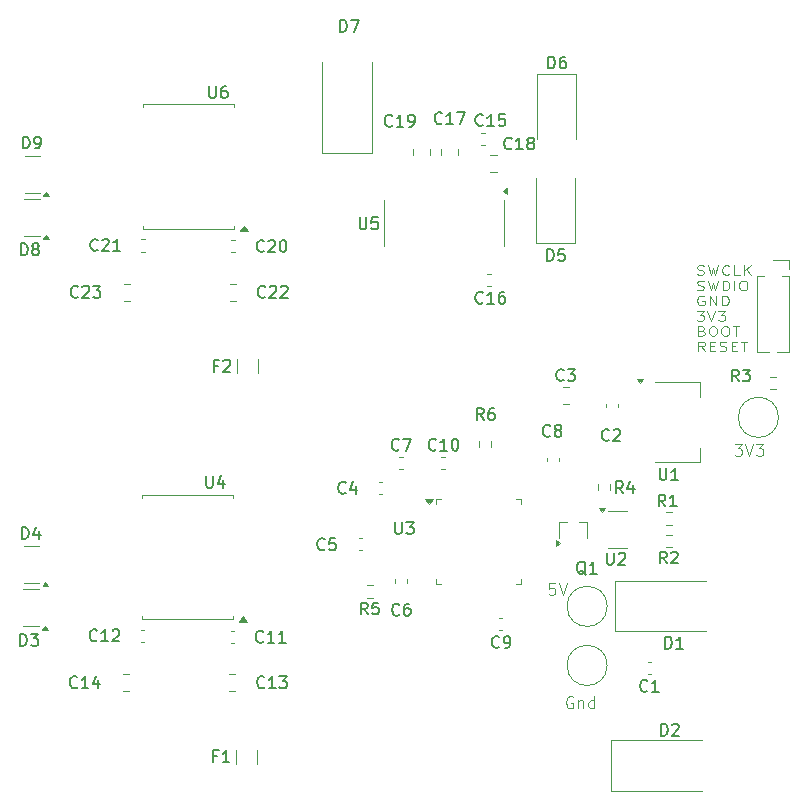
<source format=gbr>
%TF.GenerationSoftware,KiCad,Pcbnew,9.0.0*%
%TF.CreationDate,2025-04-04T18:35:25+03:00*%
%TF.ProjectId,encoder,656e636f-6465-4722-9e6b-696361645f70,rev?*%
%TF.SameCoordinates,Original*%
%TF.FileFunction,Legend,Top*%
%TF.FilePolarity,Positive*%
%FSLAX46Y46*%
G04 Gerber Fmt 4.6, Leading zero omitted, Abs format (unit mm)*
G04 Created by KiCad (PCBNEW 9.0.0) date 2025-04-04 18:35:25*
%MOMM*%
%LPD*%
G01*
G04 APERTURE LIST*
%ADD10C,0.100000*%
%ADD11C,0.150000*%
%ADD12C,0.120000*%
G04 APERTURE END LIST*
D10*
X141991446Y-92242819D02*
X142610493Y-92242819D01*
X142610493Y-92242819D02*
X142277160Y-92623771D01*
X142277160Y-92623771D02*
X142420017Y-92623771D01*
X142420017Y-92623771D02*
X142515255Y-92671390D01*
X142515255Y-92671390D02*
X142562874Y-92719009D01*
X142562874Y-92719009D02*
X142610493Y-92814247D01*
X142610493Y-92814247D02*
X142610493Y-93052342D01*
X142610493Y-93052342D02*
X142562874Y-93147580D01*
X142562874Y-93147580D02*
X142515255Y-93195200D01*
X142515255Y-93195200D02*
X142420017Y-93242819D01*
X142420017Y-93242819D02*
X142134303Y-93242819D01*
X142134303Y-93242819D02*
X142039065Y-93195200D01*
X142039065Y-93195200D02*
X141991446Y-93147580D01*
X142896208Y-92242819D02*
X143229541Y-93242819D01*
X143229541Y-93242819D02*
X143562874Y-92242819D01*
X143800970Y-92242819D02*
X144420017Y-92242819D01*
X144420017Y-92242819D02*
X144086684Y-92623771D01*
X144086684Y-92623771D02*
X144229541Y-92623771D01*
X144229541Y-92623771D02*
X144324779Y-92671390D01*
X144324779Y-92671390D02*
X144372398Y-92719009D01*
X144372398Y-92719009D02*
X144420017Y-92814247D01*
X144420017Y-92814247D02*
X144420017Y-93052342D01*
X144420017Y-93052342D02*
X144372398Y-93147580D01*
X144372398Y-93147580D02*
X144324779Y-93195200D01*
X144324779Y-93195200D02*
X144229541Y-93242819D01*
X144229541Y-93242819D02*
X143943827Y-93242819D01*
X143943827Y-93242819D02*
X143848589Y-93195200D01*
X143848589Y-93195200D02*
X143800970Y-93147580D01*
X128284893Y-113677238D02*
X128189655Y-113629619D01*
X128189655Y-113629619D02*
X128046798Y-113629619D01*
X128046798Y-113629619D02*
X127903941Y-113677238D01*
X127903941Y-113677238D02*
X127808703Y-113772476D01*
X127808703Y-113772476D02*
X127761084Y-113867714D01*
X127761084Y-113867714D02*
X127713465Y-114058190D01*
X127713465Y-114058190D02*
X127713465Y-114201047D01*
X127713465Y-114201047D02*
X127761084Y-114391523D01*
X127761084Y-114391523D02*
X127808703Y-114486761D01*
X127808703Y-114486761D02*
X127903941Y-114582000D01*
X127903941Y-114582000D02*
X128046798Y-114629619D01*
X128046798Y-114629619D02*
X128142036Y-114629619D01*
X128142036Y-114629619D02*
X128284893Y-114582000D01*
X128284893Y-114582000D02*
X128332512Y-114534380D01*
X128332512Y-114534380D02*
X128332512Y-114201047D01*
X128332512Y-114201047D02*
X128142036Y-114201047D01*
X128761084Y-113962952D02*
X128761084Y-114629619D01*
X128761084Y-114058190D02*
X128808703Y-114010571D01*
X128808703Y-114010571D02*
X128903941Y-113962952D01*
X128903941Y-113962952D02*
X129046798Y-113962952D01*
X129046798Y-113962952D02*
X129142036Y-114010571D01*
X129142036Y-114010571D02*
X129189655Y-114105809D01*
X129189655Y-114105809D02*
X129189655Y-114629619D01*
X130094417Y-114629619D02*
X130094417Y-113629619D01*
X130094417Y-114582000D02*
X129999179Y-114629619D01*
X129999179Y-114629619D02*
X129808703Y-114629619D01*
X129808703Y-114629619D02*
X129713465Y-114582000D01*
X129713465Y-114582000D02*
X129665846Y-114534380D01*
X129665846Y-114534380D02*
X129618227Y-114439142D01*
X129618227Y-114439142D02*
X129618227Y-114153428D01*
X129618227Y-114153428D02*
X129665846Y-114058190D01*
X129665846Y-114058190D02*
X129713465Y-114010571D01*
X129713465Y-114010571D02*
X129808703Y-113962952D01*
X129808703Y-113962952D02*
X129999179Y-113962952D01*
X129999179Y-113962952D02*
X130094417Y-114010571D01*
X126764074Y-104028419D02*
X126287884Y-104028419D01*
X126287884Y-104028419D02*
X126240265Y-104504609D01*
X126240265Y-104504609D02*
X126287884Y-104456990D01*
X126287884Y-104456990D02*
X126383122Y-104409371D01*
X126383122Y-104409371D02*
X126621217Y-104409371D01*
X126621217Y-104409371D02*
X126716455Y-104456990D01*
X126716455Y-104456990D02*
X126764074Y-104504609D01*
X126764074Y-104504609D02*
X126811693Y-104599847D01*
X126811693Y-104599847D02*
X126811693Y-104837942D01*
X126811693Y-104837942D02*
X126764074Y-104933180D01*
X126764074Y-104933180D02*
X126716455Y-104980800D01*
X126716455Y-104980800D02*
X126621217Y-105028419D01*
X126621217Y-105028419D02*
X126383122Y-105028419D01*
X126383122Y-105028419D02*
X126287884Y-104980800D01*
X126287884Y-104980800D02*
X126240265Y-104933180D01*
X127097408Y-104028419D02*
X127430741Y-105028419D01*
X127430741Y-105028419D02*
X127764074Y-104028419D01*
X138824265Y-77899425D02*
X138967122Y-77937520D01*
X138967122Y-77937520D02*
X139205217Y-77937520D01*
X139205217Y-77937520D02*
X139300455Y-77899425D01*
X139300455Y-77899425D02*
X139348074Y-77861329D01*
X139348074Y-77861329D02*
X139395693Y-77785139D01*
X139395693Y-77785139D02*
X139395693Y-77708948D01*
X139395693Y-77708948D02*
X139348074Y-77632758D01*
X139348074Y-77632758D02*
X139300455Y-77594663D01*
X139300455Y-77594663D02*
X139205217Y-77556567D01*
X139205217Y-77556567D02*
X139014741Y-77518472D01*
X139014741Y-77518472D02*
X138919503Y-77480377D01*
X138919503Y-77480377D02*
X138871884Y-77442282D01*
X138871884Y-77442282D02*
X138824265Y-77366091D01*
X138824265Y-77366091D02*
X138824265Y-77289901D01*
X138824265Y-77289901D02*
X138871884Y-77213710D01*
X138871884Y-77213710D02*
X138919503Y-77175615D01*
X138919503Y-77175615D02*
X139014741Y-77137520D01*
X139014741Y-77137520D02*
X139252836Y-77137520D01*
X139252836Y-77137520D02*
X139395693Y-77175615D01*
X139729027Y-77137520D02*
X139967122Y-77937520D01*
X139967122Y-77937520D02*
X140157598Y-77366091D01*
X140157598Y-77366091D02*
X140348074Y-77937520D01*
X140348074Y-77937520D02*
X140586170Y-77137520D01*
X141538550Y-77861329D02*
X141490931Y-77899425D01*
X141490931Y-77899425D02*
X141348074Y-77937520D01*
X141348074Y-77937520D02*
X141252836Y-77937520D01*
X141252836Y-77937520D02*
X141109979Y-77899425D01*
X141109979Y-77899425D02*
X141014741Y-77823234D01*
X141014741Y-77823234D02*
X140967122Y-77747044D01*
X140967122Y-77747044D02*
X140919503Y-77594663D01*
X140919503Y-77594663D02*
X140919503Y-77480377D01*
X140919503Y-77480377D02*
X140967122Y-77327996D01*
X140967122Y-77327996D02*
X141014741Y-77251805D01*
X141014741Y-77251805D02*
X141109979Y-77175615D01*
X141109979Y-77175615D02*
X141252836Y-77137520D01*
X141252836Y-77137520D02*
X141348074Y-77137520D01*
X141348074Y-77137520D02*
X141490931Y-77175615D01*
X141490931Y-77175615D02*
X141538550Y-77213710D01*
X142443312Y-77937520D02*
X141967122Y-77937520D01*
X141967122Y-77937520D02*
X141967122Y-77137520D01*
X142776646Y-77937520D02*
X142776646Y-77137520D01*
X143348074Y-77937520D02*
X142919503Y-77480377D01*
X143348074Y-77137520D02*
X142776646Y-77594663D01*
X138824265Y-79187380D02*
X138967122Y-79225475D01*
X138967122Y-79225475D02*
X139205217Y-79225475D01*
X139205217Y-79225475D02*
X139300455Y-79187380D01*
X139300455Y-79187380D02*
X139348074Y-79149284D01*
X139348074Y-79149284D02*
X139395693Y-79073094D01*
X139395693Y-79073094D02*
X139395693Y-78996903D01*
X139395693Y-78996903D02*
X139348074Y-78920713D01*
X139348074Y-78920713D02*
X139300455Y-78882618D01*
X139300455Y-78882618D02*
X139205217Y-78844522D01*
X139205217Y-78844522D02*
X139014741Y-78806427D01*
X139014741Y-78806427D02*
X138919503Y-78768332D01*
X138919503Y-78768332D02*
X138871884Y-78730237D01*
X138871884Y-78730237D02*
X138824265Y-78654046D01*
X138824265Y-78654046D02*
X138824265Y-78577856D01*
X138824265Y-78577856D02*
X138871884Y-78501665D01*
X138871884Y-78501665D02*
X138919503Y-78463570D01*
X138919503Y-78463570D02*
X139014741Y-78425475D01*
X139014741Y-78425475D02*
X139252836Y-78425475D01*
X139252836Y-78425475D02*
X139395693Y-78463570D01*
X139729027Y-78425475D02*
X139967122Y-79225475D01*
X139967122Y-79225475D02*
X140157598Y-78654046D01*
X140157598Y-78654046D02*
X140348074Y-79225475D01*
X140348074Y-79225475D02*
X140586170Y-78425475D01*
X140967122Y-79225475D02*
X140967122Y-78425475D01*
X140967122Y-78425475D02*
X141205217Y-78425475D01*
X141205217Y-78425475D02*
X141348074Y-78463570D01*
X141348074Y-78463570D02*
X141443312Y-78539760D01*
X141443312Y-78539760D02*
X141490931Y-78615951D01*
X141490931Y-78615951D02*
X141538550Y-78768332D01*
X141538550Y-78768332D02*
X141538550Y-78882618D01*
X141538550Y-78882618D02*
X141490931Y-79034999D01*
X141490931Y-79034999D02*
X141443312Y-79111189D01*
X141443312Y-79111189D02*
X141348074Y-79187380D01*
X141348074Y-79187380D02*
X141205217Y-79225475D01*
X141205217Y-79225475D02*
X140967122Y-79225475D01*
X141967122Y-79225475D02*
X141967122Y-78425475D01*
X142633788Y-78425475D02*
X142824264Y-78425475D01*
X142824264Y-78425475D02*
X142919502Y-78463570D01*
X142919502Y-78463570D02*
X143014740Y-78539760D01*
X143014740Y-78539760D02*
X143062359Y-78692141D01*
X143062359Y-78692141D02*
X143062359Y-78958808D01*
X143062359Y-78958808D02*
X143014740Y-79111189D01*
X143014740Y-79111189D02*
X142919502Y-79187380D01*
X142919502Y-79187380D02*
X142824264Y-79225475D01*
X142824264Y-79225475D02*
X142633788Y-79225475D01*
X142633788Y-79225475D02*
X142538550Y-79187380D01*
X142538550Y-79187380D02*
X142443312Y-79111189D01*
X142443312Y-79111189D02*
X142395693Y-78958808D01*
X142395693Y-78958808D02*
X142395693Y-78692141D01*
X142395693Y-78692141D02*
X142443312Y-78539760D01*
X142443312Y-78539760D02*
X142538550Y-78463570D01*
X142538550Y-78463570D02*
X142633788Y-78425475D01*
X139395693Y-79751525D02*
X139300455Y-79713430D01*
X139300455Y-79713430D02*
X139157598Y-79713430D01*
X139157598Y-79713430D02*
X139014741Y-79751525D01*
X139014741Y-79751525D02*
X138919503Y-79827715D01*
X138919503Y-79827715D02*
X138871884Y-79903906D01*
X138871884Y-79903906D02*
X138824265Y-80056287D01*
X138824265Y-80056287D02*
X138824265Y-80170573D01*
X138824265Y-80170573D02*
X138871884Y-80322954D01*
X138871884Y-80322954D02*
X138919503Y-80399144D01*
X138919503Y-80399144D02*
X139014741Y-80475335D01*
X139014741Y-80475335D02*
X139157598Y-80513430D01*
X139157598Y-80513430D02*
X139252836Y-80513430D01*
X139252836Y-80513430D02*
X139395693Y-80475335D01*
X139395693Y-80475335D02*
X139443312Y-80437239D01*
X139443312Y-80437239D02*
X139443312Y-80170573D01*
X139443312Y-80170573D02*
X139252836Y-80170573D01*
X139871884Y-80513430D02*
X139871884Y-79713430D01*
X139871884Y-79713430D02*
X140443312Y-80513430D01*
X140443312Y-80513430D02*
X140443312Y-79713430D01*
X140919503Y-80513430D02*
X140919503Y-79713430D01*
X140919503Y-79713430D02*
X141157598Y-79713430D01*
X141157598Y-79713430D02*
X141300455Y-79751525D01*
X141300455Y-79751525D02*
X141395693Y-79827715D01*
X141395693Y-79827715D02*
X141443312Y-79903906D01*
X141443312Y-79903906D02*
X141490931Y-80056287D01*
X141490931Y-80056287D02*
X141490931Y-80170573D01*
X141490931Y-80170573D02*
X141443312Y-80322954D01*
X141443312Y-80322954D02*
X141395693Y-80399144D01*
X141395693Y-80399144D02*
X141300455Y-80475335D01*
X141300455Y-80475335D02*
X141157598Y-80513430D01*
X141157598Y-80513430D02*
X140919503Y-80513430D01*
X138776646Y-81001385D02*
X139395693Y-81001385D01*
X139395693Y-81001385D02*
X139062360Y-81306147D01*
X139062360Y-81306147D02*
X139205217Y-81306147D01*
X139205217Y-81306147D02*
X139300455Y-81344242D01*
X139300455Y-81344242D02*
X139348074Y-81382337D01*
X139348074Y-81382337D02*
X139395693Y-81458528D01*
X139395693Y-81458528D02*
X139395693Y-81649004D01*
X139395693Y-81649004D02*
X139348074Y-81725194D01*
X139348074Y-81725194D02*
X139300455Y-81763290D01*
X139300455Y-81763290D02*
X139205217Y-81801385D01*
X139205217Y-81801385D02*
X138919503Y-81801385D01*
X138919503Y-81801385D02*
X138824265Y-81763290D01*
X138824265Y-81763290D02*
X138776646Y-81725194D01*
X139681408Y-81001385D02*
X140014741Y-81801385D01*
X140014741Y-81801385D02*
X140348074Y-81001385D01*
X140586170Y-81001385D02*
X141205217Y-81001385D01*
X141205217Y-81001385D02*
X140871884Y-81306147D01*
X140871884Y-81306147D02*
X141014741Y-81306147D01*
X141014741Y-81306147D02*
X141109979Y-81344242D01*
X141109979Y-81344242D02*
X141157598Y-81382337D01*
X141157598Y-81382337D02*
X141205217Y-81458528D01*
X141205217Y-81458528D02*
X141205217Y-81649004D01*
X141205217Y-81649004D02*
X141157598Y-81725194D01*
X141157598Y-81725194D02*
X141109979Y-81763290D01*
X141109979Y-81763290D02*
X141014741Y-81801385D01*
X141014741Y-81801385D02*
X140729027Y-81801385D01*
X140729027Y-81801385D02*
X140633789Y-81763290D01*
X140633789Y-81763290D02*
X140586170Y-81725194D01*
X139205217Y-82670292D02*
X139348074Y-82708387D01*
X139348074Y-82708387D02*
X139395693Y-82746483D01*
X139395693Y-82746483D02*
X139443312Y-82822673D01*
X139443312Y-82822673D02*
X139443312Y-82936959D01*
X139443312Y-82936959D02*
X139395693Y-83013149D01*
X139395693Y-83013149D02*
X139348074Y-83051245D01*
X139348074Y-83051245D02*
X139252836Y-83089340D01*
X139252836Y-83089340D02*
X138871884Y-83089340D01*
X138871884Y-83089340D02*
X138871884Y-82289340D01*
X138871884Y-82289340D02*
X139205217Y-82289340D01*
X139205217Y-82289340D02*
X139300455Y-82327435D01*
X139300455Y-82327435D02*
X139348074Y-82365530D01*
X139348074Y-82365530D02*
X139395693Y-82441721D01*
X139395693Y-82441721D02*
X139395693Y-82517911D01*
X139395693Y-82517911D02*
X139348074Y-82594102D01*
X139348074Y-82594102D02*
X139300455Y-82632197D01*
X139300455Y-82632197D02*
X139205217Y-82670292D01*
X139205217Y-82670292D02*
X138871884Y-82670292D01*
X140062360Y-82289340D02*
X140252836Y-82289340D01*
X140252836Y-82289340D02*
X140348074Y-82327435D01*
X140348074Y-82327435D02*
X140443312Y-82403625D01*
X140443312Y-82403625D02*
X140490931Y-82556006D01*
X140490931Y-82556006D02*
X140490931Y-82822673D01*
X140490931Y-82822673D02*
X140443312Y-82975054D01*
X140443312Y-82975054D02*
X140348074Y-83051245D01*
X140348074Y-83051245D02*
X140252836Y-83089340D01*
X140252836Y-83089340D02*
X140062360Y-83089340D01*
X140062360Y-83089340D02*
X139967122Y-83051245D01*
X139967122Y-83051245D02*
X139871884Y-82975054D01*
X139871884Y-82975054D02*
X139824265Y-82822673D01*
X139824265Y-82822673D02*
X139824265Y-82556006D01*
X139824265Y-82556006D02*
X139871884Y-82403625D01*
X139871884Y-82403625D02*
X139967122Y-82327435D01*
X139967122Y-82327435D02*
X140062360Y-82289340D01*
X141109979Y-82289340D02*
X141300455Y-82289340D01*
X141300455Y-82289340D02*
X141395693Y-82327435D01*
X141395693Y-82327435D02*
X141490931Y-82403625D01*
X141490931Y-82403625D02*
X141538550Y-82556006D01*
X141538550Y-82556006D02*
X141538550Y-82822673D01*
X141538550Y-82822673D02*
X141490931Y-82975054D01*
X141490931Y-82975054D02*
X141395693Y-83051245D01*
X141395693Y-83051245D02*
X141300455Y-83089340D01*
X141300455Y-83089340D02*
X141109979Y-83089340D01*
X141109979Y-83089340D02*
X141014741Y-83051245D01*
X141014741Y-83051245D02*
X140919503Y-82975054D01*
X140919503Y-82975054D02*
X140871884Y-82822673D01*
X140871884Y-82822673D02*
X140871884Y-82556006D01*
X140871884Y-82556006D02*
X140919503Y-82403625D01*
X140919503Y-82403625D02*
X141014741Y-82327435D01*
X141014741Y-82327435D02*
X141109979Y-82289340D01*
X141824265Y-82289340D02*
X142395693Y-82289340D01*
X142109979Y-83089340D02*
X142109979Y-82289340D01*
X139443312Y-84377295D02*
X139109979Y-83996342D01*
X138871884Y-84377295D02*
X138871884Y-83577295D01*
X138871884Y-83577295D02*
X139252836Y-83577295D01*
X139252836Y-83577295D02*
X139348074Y-83615390D01*
X139348074Y-83615390D02*
X139395693Y-83653485D01*
X139395693Y-83653485D02*
X139443312Y-83729676D01*
X139443312Y-83729676D02*
X139443312Y-83843961D01*
X139443312Y-83843961D02*
X139395693Y-83920152D01*
X139395693Y-83920152D02*
X139348074Y-83958247D01*
X139348074Y-83958247D02*
X139252836Y-83996342D01*
X139252836Y-83996342D02*
X138871884Y-83996342D01*
X139871884Y-83958247D02*
X140205217Y-83958247D01*
X140348074Y-84377295D02*
X139871884Y-84377295D01*
X139871884Y-84377295D02*
X139871884Y-83577295D01*
X139871884Y-83577295D02*
X140348074Y-83577295D01*
X140729027Y-84339200D02*
X140871884Y-84377295D01*
X140871884Y-84377295D02*
X141109979Y-84377295D01*
X141109979Y-84377295D02*
X141205217Y-84339200D01*
X141205217Y-84339200D02*
X141252836Y-84301104D01*
X141252836Y-84301104D02*
X141300455Y-84224914D01*
X141300455Y-84224914D02*
X141300455Y-84148723D01*
X141300455Y-84148723D02*
X141252836Y-84072533D01*
X141252836Y-84072533D02*
X141205217Y-84034438D01*
X141205217Y-84034438D02*
X141109979Y-83996342D01*
X141109979Y-83996342D02*
X140919503Y-83958247D01*
X140919503Y-83958247D02*
X140824265Y-83920152D01*
X140824265Y-83920152D02*
X140776646Y-83882057D01*
X140776646Y-83882057D02*
X140729027Y-83805866D01*
X140729027Y-83805866D02*
X140729027Y-83729676D01*
X140729027Y-83729676D02*
X140776646Y-83653485D01*
X140776646Y-83653485D02*
X140824265Y-83615390D01*
X140824265Y-83615390D02*
X140919503Y-83577295D01*
X140919503Y-83577295D02*
X141157598Y-83577295D01*
X141157598Y-83577295D02*
X141300455Y-83615390D01*
X141729027Y-83958247D02*
X142062360Y-83958247D01*
X142205217Y-84377295D02*
X141729027Y-84377295D01*
X141729027Y-84377295D02*
X141729027Y-83577295D01*
X141729027Y-83577295D02*
X142205217Y-83577295D01*
X142490932Y-83577295D02*
X143062360Y-83577295D01*
X142776646Y-84377295D02*
X142776646Y-83577295D01*
D11*
X126376133Y-91543380D02*
X126328514Y-91591000D01*
X126328514Y-91591000D02*
X126185657Y-91638619D01*
X126185657Y-91638619D02*
X126090419Y-91638619D01*
X126090419Y-91638619D02*
X125947562Y-91591000D01*
X125947562Y-91591000D02*
X125852324Y-91495761D01*
X125852324Y-91495761D02*
X125804705Y-91400523D01*
X125804705Y-91400523D02*
X125757086Y-91210047D01*
X125757086Y-91210047D02*
X125757086Y-91067190D01*
X125757086Y-91067190D02*
X125804705Y-90876714D01*
X125804705Y-90876714D02*
X125852324Y-90781476D01*
X125852324Y-90781476D02*
X125947562Y-90686238D01*
X125947562Y-90686238D02*
X126090419Y-90638619D01*
X126090419Y-90638619D02*
X126185657Y-90638619D01*
X126185657Y-90638619D02*
X126328514Y-90686238D01*
X126328514Y-90686238D02*
X126376133Y-90733857D01*
X126947562Y-91067190D02*
X126852324Y-91019571D01*
X126852324Y-91019571D02*
X126804705Y-90971952D01*
X126804705Y-90971952D02*
X126757086Y-90876714D01*
X126757086Y-90876714D02*
X126757086Y-90829095D01*
X126757086Y-90829095D02*
X126804705Y-90733857D01*
X126804705Y-90733857D02*
X126852324Y-90686238D01*
X126852324Y-90686238D02*
X126947562Y-90638619D01*
X126947562Y-90638619D02*
X127138038Y-90638619D01*
X127138038Y-90638619D02*
X127233276Y-90686238D01*
X127233276Y-90686238D02*
X127280895Y-90733857D01*
X127280895Y-90733857D02*
X127328514Y-90829095D01*
X127328514Y-90829095D02*
X127328514Y-90876714D01*
X127328514Y-90876714D02*
X127280895Y-90971952D01*
X127280895Y-90971952D02*
X127233276Y-91019571D01*
X127233276Y-91019571D02*
X127138038Y-91067190D01*
X127138038Y-91067190D02*
X126947562Y-91067190D01*
X126947562Y-91067190D02*
X126852324Y-91114809D01*
X126852324Y-91114809D02*
X126804705Y-91162428D01*
X126804705Y-91162428D02*
X126757086Y-91257666D01*
X126757086Y-91257666D02*
X126757086Y-91448142D01*
X126757086Y-91448142D02*
X126804705Y-91543380D01*
X126804705Y-91543380D02*
X126852324Y-91591000D01*
X126852324Y-91591000D02*
X126947562Y-91638619D01*
X126947562Y-91638619D02*
X127138038Y-91638619D01*
X127138038Y-91638619D02*
X127233276Y-91591000D01*
X127233276Y-91591000D02*
X127280895Y-91543380D01*
X127280895Y-91543380D02*
X127328514Y-91448142D01*
X127328514Y-91448142D02*
X127328514Y-91257666D01*
X127328514Y-91257666D02*
X127280895Y-91162428D01*
X127280895Y-91162428D02*
X127233276Y-91114809D01*
X127233276Y-91114809D02*
X127138038Y-91067190D01*
X102068342Y-108966380D02*
X102020723Y-109014000D01*
X102020723Y-109014000D02*
X101877866Y-109061619D01*
X101877866Y-109061619D02*
X101782628Y-109061619D01*
X101782628Y-109061619D02*
X101639771Y-109014000D01*
X101639771Y-109014000D02*
X101544533Y-108918761D01*
X101544533Y-108918761D02*
X101496914Y-108823523D01*
X101496914Y-108823523D02*
X101449295Y-108633047D01*
X101449295Y-108633047D02*
X101449295Y-108490190D01*
X101449295Y-108490190D02*
X101496914Y-108299714D01*
X101496914Y-108299714D02*
X101544533Y-108204476D01*
X101544533Y-108204476D02*
X101639771Y-108109238D01*
X101639771Y-108109238D02*
X101782628Y-108061619D01*
X101782628Y-108061619D02*
X101877866Y-108061619D01*
X101877866Y-108061619D02*
X102020723Y-108109238D01*
X102020723Y-108109238D02*
X102068342Y-108156857D01*
X103020723Y-109061619D02*
X102449295Y-109061619D01*
X102735009Y-109061619D02*
X102735009Y-108061619D01*
X102735009Y-108061619D02*
X102639771Y-108204476D01*
X102639771Y-108204476D02*
X102544533Y-108299714D01*
X102544533Y-108299714D02*
X102449295Y-108347333D01*
X103973104Y-109061619D02*
X103401676Y-109061619D01*
X103687390Y-109061619D02*
X103687390Y-108061619D01*
X103687390Y-108061619D02*
X103592152Y-108204476D01*
X103592152Y-108204476D02*
X103496914Y-108299714D01*
X103496914Y-108299714D02*
X103401676Y-108347333D01*
X86391942Y-79768780D02*
X86344323Y-79816400D01*
X86344323Y-79816400D02*
X86201466Y-79864019D01*
X86201466Y-79864019D02*
X86106228Y-79864019D01*
X86106228Y-79864019D02*
X85963371Y-79816400D01*
X85963371Y-79816400D02*
X85868133Y-79721161D01*
X85868133Y-79721161D02*
X85820514Y-79625923D01*
X85820514Y-79625923D02*
X85772895Y-79435447D01*
X85772895Y-79435447D02*
X85772895Y-79292590D01*
X85772895Y-79292590D02*
X85820514Y-79102114D01*
X85820514Y-79102114D02*
X85868133Y-79006876D01*
X85868133Y-79006876D02*
X85963371Y-78911638D01*
X85963371Y-78911638D02*
X86106228Y-78864019D01*
X86106228Y-78864019D02*
X86201466Y-78864019D01*
X86201466Y-78864019D02*
X86344323Y-78911638D01*
X86344323Y-78911638D02*
X86391942Y-78959257D01*
X86772895Y-78959257D02*
X86820514Y-78911638D01*
X86820514Y-78911638D02*
X86915752Y-78864019D01*
X86915752Y-78864019D02*
X87153847Y-78864019D01*
X87153847Y-78864019D02*
X87249085Y-78911638D01*
X87249085Y-78911638D02*
X87296704Y-78959257D01*
X87296704Y-78959257D02*
X87344323Y-79054495D01*
X87344323Y-79054495D02*
X87344323Y-79149733D01*
X87344323Y-79149733D02*
X87296704Y-79292590D01*
X87296704Y-79292590D02*
X86725276Y-79864019D01*
X86725276Y-79864019D02*
X87344323Y-79864019D01*
X87677657Y-78864019D02*
X88296704Y-78864019D01*
X88296704Y-78864019D02*
X87963371Y-79244971D01*
X87963371Y-79244971D02*
X88106228Y-79244971D01*
X88106228Y-79244971D02*
X88201466Y-79292590D01*
X88201466Y-79292590D02*
X88249085Y-79340209D01*
X88249085Y-79340209D02*
X88296704Y-79435447D01*
X88296704Y-79435447D02*
X88296704Y-79673542D01*
X88296704Y-79673542D02*
X88249085Y-79768780D01*
X88249085Y-79768780D02*
X88201466Y-79816400D01*
X88201466Y-79816400D02*
X88106228Y-79864019D01*
X88106228Y-79864019D02*
X87820514Y-79864019D01*
X87820514Y-79864019D02*
X87725276Y-79816400D01*
X87725276Y-79816400D02*
X87677657Y-79768780D01*
X81722405Y-67235919D02*
X81722405Y-66235919D01*
X81722405Y-66235919D02*
X81960500Y-66235919D01*
X81960500Y-66235919D02*
X82103357Y-66283538D01*
X82103357Y-66283538D02*
X82198595Y-66378776D01*
X82198595Y-66378776D02*
X82246214Y-66474014D01*
X82246214Y-66474014D02*
X82293833Y-66664490D01*
X82293833Y-66664490D02*
X82293833Y-66807347D01*
X82293833Y-66807347D02*
X82246214Y-66997823D01*
X82246214Y-66997823D02*
X82198595Y-67093061D01*
X82198595Y-67093061D02*
X82103357Y-67188300D01*
X82103357Y-67188300D02*
X81960500Y-67235919D01*
X81960500Y-67235919D02*
X81722405Y-67235919D01*
X82770024Y-67235919D02*
X82960500Y-67235919D01*
X82960500Y-67235919D02*
X83055738Y-67188300D01*
X83055738Y-67188300D02*
X83103357Y-67140680D01*
X83103357Y-67140680D02*
X83198595Y-66997823D01*
X83198595Y-66997823D02*
X83246214Y-66807347D01*
X83246214Y-66807347D02*
X83246214Y-66426395D01*
X83246214Y-66426395D02*
X83198595Y-66331157D01*
X83198595Y-66331157D02*
X83150976Y-66283538D01*
X83150976Y-66283538D02*
X83055738Y-66235919D01*
X83055738Y-66235919D02*
X82865262Y-66235919D01*
X82865262Y-66235919D02*
X82770024Y-66283538D01*
X82770024Y-66283538D02*
X82722405Y-66331157D01*
X82722405Y-66331157D02*
X82674786Y-66426395D01*
X82674786Y-66426395D02*
X82674786Y-66664490D01*
X82674786Y-66664490D02*
X82722405Y-66759728D01*
X82722405Y-66759728D02*
X82770024Y-66807347D01*
X82770024Y-66807347D02*
X82865262Y-66854966D01*
X82865262Y-66854966D02*
X83055738Y-66854966D01*
X83055738Y-66854966D02*
X83150976Y-66807347D01*
X83150976Y-66807347D02*
X83198595Y-66759728D01*
X83198595Y-66759728D02*
X83246214Y-66664490D01*
X107275333Y-101146780D02*
X107227714Y-101194400D01*
X107227714Y-101194400D02*
X107084857Y-101242019D01*
X107084857Y-101242019D02*
X106989619Y-101242019D01*
X106989619Y-101242019D02*
X106846762Y-101194400D01*
X106846762Y-101194400D02*
X106751524Y-101099161D01*
X106751524Y-101099161D02*
X106703905Y-101003923D01*
X106703905Y-101003923D02*
X106656286Y-100813447D01*
X106656286Y-100813447D02*
X106656286Y-100670590D01*
X106656286Y-100670590D02*
X106703905Y-100480114D01*
X106703905Y-100480114D02*
X106751524Y-100384876D01*
X106751524Y-100384876D02*
X106846762Y-100289638D01*
X106846762Y-100289638D02*
X106989619Y-100242019D01*
X106989619Y-100242019D02*
X107084857Y-100242019D01*
X107084857Y-100242019D02*
X107227714Y-100289638D01*
X107227714Y-100289638D02*
X107275333Y-100337257D01*
X108180095Y-100242019D02*
X107703905Y-100242019D01*
X107703905Y-100242019D02*
X107656286Y-100718209D01*
X107656286Y-100718209D02*
X107703905Y-100670590D01*
X107703905Y-100670590D02*
X107799143Y-100622971D01*
X107799143Y-100622971D02*
X108037238Y-100622971D01*
X108037238Y-100622971D02*
X108132476Y-100670590D01*
X108132476Y-100670590D02*
X108180095Y-100718209D01*
X108180095Y-100718209D02*
X108227714Y-100813447D01*
X108227714Y-100813447D02*
X108227714Y-101051542D01*
X108227714Y-101051542D02*
X108180095Y-101146780D01*
X108180095Y-101146780D02*
X108132476Y-101194400D01*
X108132476Y-101194400D02*
X108037238Y-101242019D01*
X108037238Y-101242019D02*
X107799143Y-101242019D01*
X107799143Y-101242019D02*
X107703905Y-101194400D01*
X107703905Y-101194400D02*
X107656286Y-101146780D01*
X135636095Y-94298419D02*
X135636095Y-95107942D01*
X135636095Y-95107942D02*
X135683714Y-95203180D01*
X135683714Y-95203180D02*
X135731333Y-95250800D01*
X135731333Y-95250800D02*
X135826571Y-95298419D01*
X135826571Y-95298419D02*
X136017047Y-95298419D01*
X136017047Y-95298419D02*
X136112285Y-95250800D01*
X136112285Y-95250800D02*
X136159904Y-95203180D01*
X136159904Y-95203180D02*
X136207523Y-95107942D01*
X136207523Y-95107942D02*
X136207523Y-94298419D01*
X137207523Y-95298419D02*
X136636095Y-95298419D01*
X136921809Y-95298419D02*
X136921809Y-94298419D01*
X136921809Y-94298419D02*
X136826571Y-94441276D01*
X136826571Y-94441276D02*
X136731333Y-94536514D01*
X136731333Y-94536514D02*
X136636095Y-94584133D01*
X142333333Y-86954819D02*
X142000000Y-86478628D01*
X141761905Y-86954819D02*
X141761905Y-85954819D01*
X141761905Y-85954819D02*
X142142857Y-85954819D01*
X142142857Y-85954819D02*
X142238095Y-86002438D01*
X142238095Y-86002438D02*
X142285714Y-86050057D01*
X142285714Y-86050057D02*
X142333333Y-86145295D01*
X142333333Y-86145295D02*
X142333333Y-86288152D01*
X142333333Y-86288152D02*
X142285714Y-86383390D01*
X142285714Y-86383390D02*
X142238095Y-86431009D01*
X142238095Y-86431009D02*
X142142857Y-86478628D01*
X142142857Y-86478628D02*
X141761905Y-86478628D01*
X142666667Y-85954819D02*
X143285714Y-85954819D01*
X143285714Y-85954819D02*
X142952381Y-86335771D01*
X142952381Y-86335771D02*
X143095238Y-86335771D01*
X143095238Y-86335771D02*
X143190476Y-86383390D01*
X143190476Y-86383390D02*
X143238095Y-86431009D01*
X143238095Y-86431009D02*
X143285714Y-86526247D01*
X143285714Y-86526247D02*
X143285714Y-86764342D01*
X143285714Y-86764342D02*
X143238095Y-86859580D01*
X143238095Y-86859580D02*
X143190476Y-86907200D01*
X143190476Y-86907200D02*
X143095238Y-86954819D01*
X143095238Y-86954819D02*
X142809524Y-86954819D01*
X142809524Y-86954819D02*
X142714286Y-86907200D01*
X142714286Y-86907200D02*
X142666667Y-86859580D01*
X131354533Y-91901180D02*
X131306914Y-91948800D01*
X131306914Y-91948800D02*
X131164057Y-91996419D01*
X131164057Y-91996419D02*
X131068819Y-91996419D01*
X131068819Y-91996419D02*
X130925962Y-91948800D01*
X130925962Y-91948800D02*
X130830724Y-91853561D01*
X130830724Y-91853561D02*
X130783105Y-91758323D01*
X130783105Y-91758323D02*
X130735486Y-91567847D01*
X130735486Y-91567847D02*
X130735486Y-91424990D01*
X130735486Y-91424990D02*
X130783105Y-91234514D01*
X130783105Y-91234514D02*
X130830724Y-91139276D01*
X130830724Y-91139276D02*
X130925962Y-91044038D01*
X130925962Y-91044038D02*
X131068819Y-90996419D01*
X131068819Y-90996419D02*
X131164057Y-90996419D01*
X131164057Y-90996419D02*
X131306914Y-91044038D01*
X131306914Y-91044038D02*
X131354533Y-91091657D01*
X131735486Y-91091657D02*
X131783105Y-91044038D01*
X131783105Y-91044038D02*
X131878343Y-90996419D01*
X131878343Y-90996419D02*
X132116438Y-90996419D01*
X132116438Y-90996419D02*
X132211676Y-91044038D01*
X132211676Y-91044038D02*
X132259295Y-91091657D01*
X132259295Y-91091657D02*
X132306914Y-91186895D01*
X132306914Y-91186895D02*
X132306914Y-91282133D01*
X132306914Y-91282133D02*
X132259295Y-91424990D01*
X132259295Y-91424990D02*
X131687867Y-91996419D01*
X131687867Y-91996419D02*
X132306914Y-91996419D01*
X108583505Y-57350819D02*
X108583505Y-56350819D01*
X108583505Y-56350819D02*
X108821600Y-56350819D01*
X108821600Y-56350819D02*
X108964457Y-56398438D01*
X108964457Y-56398438D02*
X109059695Y-56493676D01*
X109059695Y-56493676D02*
X109107314Y-56588914D01*
X109107314Y-56588914D02*
X109154933Y-56779390D01*
X109154933Y-56779390D02*
X109154933Y-56922247D01*
X109154933Y-56922247D02*
X109107314Y-57112723D01*
X109107314Y-57112723D02*
X109059695Y-57207961D01*
X109059695Y-57207961D02*
X108964457Y-57303200D01*
X108964457Y-57303200D02*
X108821600Y-57350819D01*
X108821600Y-57350819D02*
X108583505Y-57350819D01*
X109488267Y-56350819D02*
X110154933Y-56350819D01*
X110154933Y-56350819D02*
X109726362Y-57350819D01*
X117213142Y-65078780D02*
X117165523Y-65126400D01*
X117165523Y-65126400D02*
X117022666Y-65174019D01*
X117022666Y-65174019D02*
X116927428Y-65174019D01*
X116927428Y-65174019D02*
X116784571Y-65126400D01*
X116784571Y-65126400D02*
X116689333Y-65031161D01*
X116689333Y-65031161D02*
X116641714Y-64935923D01*
X116641714Y-64935923D02*
X116594095Y-64745447D01*
X116594095Y-64745447D02*
X116594095Y-64602590D01*
X116594095Y-64602590D02*
X116641714Y-64412114D01*
X116641714Y-64412114D02*
X116689333Y-64316876D01*
X116689333Y-64316876D02*
X116784571Y-64221638D01*
X116784571Y-64221638D02*
X116927428Y-64174019D01*
X116927428Y-64174019D02*
X117022666Y-64174019D01*
X117022666Y-64174019D02*
X117165523Y-64221638D01*
X117165523Y-64221638D02*
X117213142Y-64269257D01*
X118165523Y-65174019D02*
X117594095Y-65174019D01*
X117879809Y-65174019D02*
X117879809Y-64174019D01*
X117879809Y-64174019D02*
X117784571Y-64316876D01*
X117784571Y-64316876D02*
X117689333Y-64412114D01*
X117689333Y-64412114D02*
X117594095Y-64459733D01*
X118498857Y-64174019D02*
X119165523Y-64174019D01*
X119165523Y-64174019D02*
X118736952Y-65174019D01*
X131165695Y-101461219D02*
X131165695Y-102270742D01*
X131165695Y-102270742D02*
X131213314Y-102365980D01*
X131213314Y-102365980D02*
X131260933Y-102413600D01*
X131260933Y-102413600D02*
X131356171Y-102461219D01*
X131356171Y-102461219D02*
X131546647Y-102461219D01*
X131546647Y-102461219D02*
X131641885Y-102413600D01*
X131641885Y-102413600D02*
X131689504Y-102365980D01*
X131689504Y-102365980D02*
X131737123Y-102270742D01*
X131737123Y-102270742D02*
X131737123Y-101461219D01*
X132165695Y-101556457D02*
X132213314Y-101508838D01*
X132213314Y-101508838D02*
X132308552Y-101461219D01*
X132308552Y-101461219D02*
X132546647Y-101461219D01*
X132546647Y-101461219D02*
X132641885Y-101508838D01*
X132641885Y-101508838D02*
X132689504Y-101556457D01*
X132689504Y-101556457D02*
X132737123Y-101651695D01*
X132737123Y-101651695D02*
X132737123Y-101746933D01*
X132737123Y-101746933D02*
X132689504Y-101889790D01*
X132689504Y-101889790D02*
X132118076Y-102461219D01*
X132118076Y-102461219D02*
X132737123Y-102461219D01*
X98161466Y-118669409D02*
X97828133Y-118669409D01*
X97828133Y-119193219D02*
X97828133Y-118193219D01*
X97828133Y-118193219D02*
X98304323Y-118193219D01*
X99209085Y-119193219D02*
X98637657Y-119193219D01*
X98923371Y-119193219D02*
X98923371Y-118193219D01*
X98923371Y-118193219D02*
X98828133Y-118336076D01*
X98828133Y-118336076D02*
X98732895Y-118431314D01*
X98732895Y-118431314D02*
X98637657Y-118478933D01*
X98233066Y-85611009D02*
X97899733Y-85611009D01*
X97899733Y-86134819D02*
X97899733Y-85134819D01*
X97899733Y-85134819D02*
X98375923Y-85134819D01*
X98709257Y-85230057D02*
X98756876Y-85182438D01*
X98756876Y-85182438D02*
X98852114Y-85134819D01*
X98852114Y-85134819D02*
X99090209Y-85134819D01*
X99090209Y-85134819D02*
X99185447Y-85182438D01*
X99185447Y-85182438D02*
X99233066Y-85230057D01*
X99233066Y-85230057D02*
X99280685Y-85325295D01*
X99280685Y-85325295D02*
X99280685Y-85420533D01*
X99280685Y-85420533D02*
X99233066Y-85563390D01*
X99233066Y-85563390D02*
X98661638Y-86134819D01*
X98661638Y-86134819D02*
X99280685Y-86134819D01*
X109053333Y-96371580D02*
X109005714Y-96419200D01*
X109005714Y-96419200D02*
X108862857Y-96466819D01*
X108862857Y-96466819D02*
X108767619Y-96466819D01*
X108767619Y-96466819D02*
X108624762Y-96419200D01*
X108624762Y-96419200D02*
X108529524Y-96323961D01*
X108529524Y-96323961D02*
X108481905Y-96228723D01*
X108481905Y-96228723D02*
X108434286Y-96038247D01*
X108434286Y-96038247D02*
X108434286Y-95895390D01*
X108434286Y-95895390D02*
X108481905Y-95704914D01*
X108481905Y-95704914D02*
X108529524Y-95609676D01*
X108529524Y-95609676D02*
X108624762Y-95514438D01*
X108624762Y-95514438D02*
X108767619Y-95466819D01*
X108767619Y-95466819D02*
X108862857Y-95466819D01*
X108862857Y-95466819D02*
X109005714Y-95514438D01*
X109005714Y-95514438D02*
X109053333Y-95562057D01*
X109910476Y-95800152D02*
X109910476Y-96466819D01*
X109672381Y-95419200D02*
X109434286Y-96133485D01*
X109434286Y-96133485D02*
X110053333Y-96133485D01*
X120667542Y-65231180D02*
X120619923Y-65278800D01*
X120619923Y-65278800D02*
X120477066Y-65326419D01*
X120477066Y-65326419D02*
X120381828Y-65326419D01*
X120381828Y-65326419D02*
X120238971Y-65278800D01*
X120238971Y-65278800D02*
X120143733Y-65183561D01*
X120143733Y-65183561D02*
X120096114Y-65088323D01*
X120096114Y-65088323D02*
X120048495Y-64897847D01*
X120048495Y-64897847D02*
X120048495Y-64754990D01*
X120048495Y-64754990D02*
X120096114Y-64564514D01*
X120096114Y-64564514D02*
X120143733Y-64469276D01*
X120143733Y-64469276D02*
X120238971Y-64374038D01*
X120238971Y-64374038D02*
X120381828Y-64326419D01*
X120381828Y-64326419D02*
X120477066Y-64326419D01*
X120477066Y-64326419D02*
X120619923Y-64374038D01*
X120619923Y-64374038D02*
X120667542Y-64421657D01*
X121619923Y-65326419D02*
X121048495Y-65326419D01*
X121334209Y-65326419D02*
X121334209Y-64326419D01*
X121334209Y-64326419D02*
X121238971Y-64469276D01*
X121238971Y-64469276D02*
X121143733Y-64564514D01*
X121143733Y-64564514D02*
X121048495Y-64612133D01*
X122524685Y-64326419D02*
X122048495Y-64326419D01*
X122048495Y-64326419D02*
X122000876Y-64802609D01*
X122000876Y-64802609D02*
X122048495Y-64754990D01*
X122048495Y-64754990D02*
X122143733Y-64707371D01*
X122143733Y-64707371D02*
X122381828Y-64707371D01*
X122381828Y-64707371D02*
X122477066Y-64754990D01*
X122477066Y-64754990D02*
X122524685Y-64802609D01*
X122524685Y-64802609D02*
X122572304Y-64897847D01*
X122572304Y-64897847D02*
X122572304Y-65135942D01*
X122572304Y-65135942D02*
X122524685Y-65231180D01*
X122524685Y-65231180D02*
X122477066Y-65278800D01*
X122477066Y-65278800D02*
X122381828Y-65326419D01*
X122381828Y-65326419D02*
X122143733Y-65326419D01*
X122143733Y-65326419D02*
X122048495Y-65278800D01*
X122048495Y-65278800D02*
X122000876Y-65231180D01*
X120737333Y-90214619D02*
X120404000Y-89738428D01*
X120165905Y-90214619D02*
X120165905Y-89214619D01*
X120165905Y-89214619D02*
X120546857Y-89214619D01*
X120546857Y-89214619D02*
X120642095Y-89262238D01*
X120642095Y-89262238D02*
X120689714Y-89309857D01*
X120689714Y-89309857D02*
X120737333Y-89405095D01*
X120737333Y-89405095D02*
X120737333Y-89547952D01*
X120737333Y-89547952D02*
X120689714Y-89643190D01*
X120689714Y-89643190D02*
X120642095Y-89690809D01*
X120642095Y-89690809D02*
X120546857Y-89738428D01*
X120546857Y-89738428D02*
X120165905Y-89738428D01*
X121594476Y-89214619D02*
X121404000Y-89214619D01*
X121404000Y-89214619D02*
X121308762Y-89262238D01*
X121308762Y-89262238D02*
X121261143Y-89309857D01*
X121261143Y-89309857D02*
X121165905Y-89452714D01*
X121165905Y-89452714D02*
X121118286Y-89643190D01*
X121118286Y-89643190D02*
X121118286Y-90024142D01*
X121118286Y-90024142D02*
X121165905Y-90119380D01*
X121165905Y-90119380D02*
X121213524Y-90167000D01*
X121213524Y-90167000D02*
X121308762Y-90214619D01*
X121308762Y-90214619D02*
X121499238Y-90214619D01*
X121499238Y-90214619D02*
X121594476Y-90167000D01*
X121594476Y-90167000D02*
X121642095Y-90119380D01*
X121642095Y-90119380D02*
X121689714Y-90024142D01*
X121689714Y-90024142D02*
X121689714Y-89786047D01*
X121689714Y-89786047D02*
X121642095Y-89690809D01*
X121642095Y-89690809D02*
X121594476Y-89643190D01*
X121594476Y-89643190D02*
X121499238Y-89595571D01*
X121499238Y-89595571D02*
X121308762Y-89595571D01*
X121308762Y-89595571D02*
X121213524Y-89643190D01*
X121213524Y-89643190D02*
X121165905Y-89690809D01*
X121165905Y-89690809D02*
X121118286Y-89786047D01*
X122057033Y-109427180D02*
X122009414Y-109474800D01*
X122009414Y-109474800D02*
X121866557Y-109522419D01*
X121866557Y-109522419D02*
X121771319Y-109522419D01*
X121771319Y-109522419D02*
X121628462Y-109474800D01*
X121628462Y-109474800D02*
X121533224Y-109379561D01*
X121533224Y-109379561D02*
X121485605Y-109284323D01*
X121485605Y-109284323D02*
X121437986Y-109093847D01*
X121437986Y-109093847D02*
X121437986Y-108950990D01*
X121437986Y-108950990D02*
X121485605Y-108760514D01*
X121485605Y-108760514D02*
X121533224Y-108665276D01*
X121533224Y-108665276D02*
X121628462Y-108570038D01*
X121628462Y-108570038D02*
X121771319Y-108522419D01*
X121771319Y-108522419D02*
X121866557Y-108522419D01*
X121866557Y-108522419D02*
X122009414Y-108570038D01*
X122009414Y-108570038D02*
X122057033Y-108617657D01*
X122533224Y-109522419D02*
X122723700Y-109522419D01*
X122723700Y-109522419D02*
X122818938Y-109474800D01*
X122818938Y-109474800D02*
X122866557Y-109427180D01*
X122866557Y-109427180D02*
X122961795Y-109284323D01*
X122961795Y-109284323D02*
X123009414Y-109093847D01*
X123009414Y-109093847D02*
X123009414Y-108712895D01*
X123009414Y-108712895D02*
X122961795Y-108617657D01*
X122961795Y-108617657D02*
X122914176Y-108570038D01*
X122914176Y-108570038D02*
X122818938Y-108522419D01*
X122818938Y-108522419D02*
X122628462Y-108522419D01*
X122628462Y-108522419D02*
X122533224Y-108570038D01*
X122533224Y-108570038D02*
X122485605Y-108617657D01*
X122485605Y-108617657D02*
X122437986Y-108712895D01*
X122437986Y-108712895D02*
X122437986Y-108950990D01*
X122437986Y-108950990D02*
X122485605Y-109046228D01*
X122485605Y-109046228D02*
X122533224Y-109093847D01*
X122533224Y-109093847D02*
X122628462Y-109141466D01*
X122628462Y-109141466D02*
X122818938Y-109141466D01*
X122818938Y-109141466D02*
X122914176Y-109093847D01*
X122914176Y-109093847D02*
X122961795Y-109046228D01*
X122961795Y-109046228D02*
X123009414Y-108950990D01*
X126109505Y-76756419D02*
X126109505Y-75756419D01*
X126109505Y-75756419D02*
X126347600Y-75756419D01*
X126347600Y-75756419D02*
X126490457Y-75804038D01*
X126490457Y-75804038D02*
X126585695Y-75899276D01*
X126585695Y-75899276D02*
X126633314Y-75994514D01*
X126633314Y-75994514D02*
X126680933Y-76184990D01*
X126680933Y-76184990D02*
X126680933Y-76327847D01*
X126680933Y-76327847D02*
X126633314Y-76518323D01*
X126633314Y-76518323D02*
X126585695Y-76613561D01*
X126585695Y-76613561D02*
X126490457Y-76708800D01*
X126490457Y-76708800D02*
X126347600Y-76756419D01*
X126347600Y-76756419D02*
X126109505Y-76756419D01*
X127585695Y-75756419D02*
X127109505Y-75756419D01*
X127109505Y-75756419D02*
X127061886Y-76232609D01*
X127061886Y-76232609D02*
X127109505Y-76184990D01*
X127109505Y-76184990D02*
X127204743Y-76137371D01*
X127204743Y-76137371D02*
X127442838Y-76137371D01*
X127442838Y-76137371D02*
X127538076Y-76184990D01*
X127538076Y-76184990D02*
X127585695Y-76232609D01*
X127585695Y-76232609D02*
X127633314Y-76327847D01*
X127633314Y-76327847D02*
X127633314Y-76565942D01*
X127633314Y-76565942D02*
X127585695Y-76661180D01*
X127585695Y-76661180D02*
X127538076Y-76708800D01*
X127538076Y-76708800D02*
X127442838Y-76756419D01*
X127442838Y-76756419D02*
X127204743Y-76756419D01*
X127204743Y-76756419D02*
X127109505Y-76708800D01*
X127109505Y-76708800D02*
X127061886Y-76661180D01*
X97488095Y-61954819D02*
X97488095Y-62764342D01*
X97488095Y-62764342D02*
X97535714Y-62859580D01*
X97535714Y-62859580D02*
X97583333Y-62907200D01*
X97583333Y-62907200D02*
X97678571Y-62954819D01*
X97678571Y-62954819D02*
X97869047Y-62954819D01*
X97869047Y-62954819D02*
X97964285Y-62907200D01*
X97964285Y-62907200D02*
X98011904Y-62859580D01*
X98011904Y-62859580D02*
X98059523Y-62764342D01*
X98059523Y-62764342D02*
X98059523Y-61954819D01*
X98964285Y-61954819D02*
X98773809Y-61954819D01*
X98773809Y-61954819D02*
X98678571Y-62002438D01*
X98678571Y-62002438D02*
X98630952Y-62050057D01*
X98630952Y-62050057D02*
X98535714Y-62192914D01*
X98535714Y-62192914D02*
X98488095Y-62383390D01*
X98488095Y-62383390D02*
X98488095Y-62764342D01*
X98488095Y-62764342D02*
X98535714Y-62859580D01*
X98535714Y-62859580D02*
X98583333Y-62907200D01*
X98583333Y-62907200D02*
X98678571Y-62954819D01*
X98678571Y-62954819D02*
X98869047Y-62954819D01*
X98869047Y-62954819D02*
X98964285Y-62907200D01*
X98964285Y-62907200D02*
X99011904Y-62859580D01*
X99011904Y-62859580D02*
X99059523Y-62764342D01*
X99059523Y-62764342D02*
X99059523Y-62526247D01*
X99059523Y-62526247D02*
X99011904Y-62431009D01*
X99011904Y-62431009D02*
X98964285Y-62383390D01*
X98964285Y-62383390D02*
X98869047Y-62335771D01*
X98869047Y-62335771D02*
X98678571Y-62335771D01*
X98678571Y-62335771D02*
X98583333Y-62383390D01*
X98583333Y-62383390D02*
X98535714Y-62431009D01*
X98535714Y-62431009D02*
X98488095Y-62526247D01*
X113574533Y-92713980D02*
X113526914Y-92761600D01*
X113526914Y-92761600D02*
X113384057Y-92809219D01*
X113384057Y-92809219D02*
X113288819Y-92809219D01*
X113288819Y-92809219D02*
X113145962Y-92761600D01*
X113145962Y-92761600D02*
X113050724Y-92666361D01*
X113050724Y-92666361D02*
X113003105Y-92571123D01*
X113003105Y-92571123D02*
X112955486Y-92380647D01*
X112955486Y-92380647D02*
X112955486Y-92237790D01*
X112955486Y-92237790D02*
X113003105Y-92047314D01*
X113003105Y-92047314D02*
X113050724Y-91952076D01*
X113050724Y-91952076D02*
X113145962Y-91856838D01*
X113145962Y-91856838D02*
X113288819Y-91809219D01*
X113288819Y-91809219D02*
X113384057Y-91809219D01*
X113384057Y-91809219D02*
X113526914Y-91856838D01*
X113526914Y-91856838D02*
X113574533Y-91904457D01*
X113907867Y-91809219D02*
X114574533Y-91809219D01*
X114574533Y-91809219D02*
X114145962Y-92809219D01*
X134605733Y-113135580D02*
X134558114Y-113183200D01*
X134558114Y-113183200D02*
X134415257Y-113230819D01*
X134415257Y-113230819D02*
X134320019Y-113230819D01*
X134320019Y-113230819D02*
X134177162Y-113183200D01*
X134177162Y-113183200D02*
X134081924Y-113087961D01*
X134081924Y-113087961D02*
X134034305Y-112992723D01*
X134034305Y-112992723D02*
X133986686Y-112802247D01*
X133986686Y-112802247D02*
X133986686Y-112659390D01*
X133986686Y-112659390D02*
X134034305Y-112468914D01*
X134034305Y-112468914D02*
X134081924Y-112373676D01*
X134081924Y-112373676D02*
X134177162Y-112278438D01*
X134177162Y-112278438D02*
X134320019Y-112230819D01*
X134320019Y-112230819D02*
X134415257Y-112230819D01*
X134415257Y-112230819D02*
X134558114Y-112278438D01*
X134558114Y-112278438D02*
X134605733Y-112326057D01*
X135558114Y-113230819D02*
X134986686Y-113230819D01*
X135272400Y-113230819D02*
X135272400Y-112230819D01*
X135272400Y-112230819D02*
X135177162Y-112373676D01*
X135177162Y-112373676D02*
X135081924Y-112468914D01*
X135081924Y-112468914D02*
X134986686Y-112516533D01*
X86320342Y-112827180D02*
X86272723Y-112874800D01*
X86272723Y-112874800D02*
X86129866Y-112922419D01*
X86129866Y-112922419D02*
X86034628Y-112922419D01*
X86034628Y-112922419D02*
X85891771Y-112874800D01*
X85891771Y-112874800D02*
X85796533Y-112779561D01*
X85796533Y-112779561D02*
X85748914Y-112684323D01*
X85748914Y-112684323D02*
X85701295Y-112493847D01*
X85701295Y-112493847D02*
X85701295Y-112350990D01*
X85701295Y-112350990D02*
X85748914Y-112160514D01*
X85748914Y-112160514D02*
X85796533Y-112065276D01*
X85796533Y-112065276D02*
X85891771Y-111970038D01*
X85891771Y-111970038D02*
X86034628Y-111922419D01*
X86034628Y-111922419D02*
X86129866Y-111922419D01*
X86129866Y-111922419D02*
X86272723Y-111970038D01*
X86272723Y-111970038D02*
X86320342Y-112017657D01*
X87272723Y-112922419D02*
X86701295Y-112922419D01*
X86987009Y-112922419D02*
X86987009Y-111922419D01*
X86987009Y-111922419D02*
X86891771Y-112065276D01*
X86891771Y-112065276D02*
X86796533Y-112160514D01*
X86796533Y-112160514D02*
X86701295Y-112208133D01*
X88129866Y-112255752D02*
X88129866Y-112922419D01*
X87891771Y-111874800D02*
X87653676Y-112589085D01*
X87653676Y-112589085D02*
X88272723Y-112589085D01*
X113233295Y-98870419D02*
X113233295Y-99679942D01*
X113233295Y-99679942D02*
X113280914Y-99775180D01*
X113280914Y-99775180D02*
X113328533Y-99822800D01*
X113328533Y-99822800D02*
X113423771Y-99870419D01*
X113423771Y-99870419D02*
X113614247Y-99870419D01*
X113614247Y-99870419D02*
X113709485Y-99822800D01*
X113709485Y-99822800D02*
X113757104Y-99775180D01*
X113757104Y-99775180D02*
X113804723Y-99679942D01*
X113804723Y-99679942D02*
X113804723Y-98870419D01*
X114185676Y-98870419D02*
X114804723Y-98870419D01*
X114804723Y-98870419D02*
X114471390Y-99251371D01*
X114471390Y-99251371D02*
X114614247Y-99251371D01*
X114614247Y-99251371D02*
X114709485Y-99298990D01*
X114709485Y-99298990D02*
X114757104Y-99346609D01*
X114757104Y-99346609D02*
X114804723Y-99441847D01*
X114804723Y-99441847D02*
X114804723Y-99679942D01*
X114804723Y-99679942D02*
X114757104Y-99775180D01*
X114757104Y-99775180D02*
X114709485Y-99822800D01*
X114709485Y-99822800D02*
X114614247Y-99870419D01*
X114614247Y-99870419D02*
X114328533Y-99870419D01*
X114328533Y-99870419D02*
X114233295Y-99822800D01*
X114233295Y-99822800D02*
X114185676Y-99775180D01*
X136112705Y-109573219D02*
X136112705Y-108573219D01*
X136112705Y-108573219D02*
X136350800Y-108573219D01*
X136350800Y-108573219D02*
X136493657Y-108620838D01*
X136493657Y-108620838D02*
X136588895Y-108716076D01*
X136588895Y-108716076D02*
X136636514Y-108811314D01*
X136636514Y-108811314D02*
X136684133Y-109001790D01*
X136684133Y-109001790D02*
X136684133Y-109144647D01*
X136684133Y-109144647D02*
X136636514Y-109335123D01*
X136636514Y-109335123D02*
X136588895Y-109430361D01*
X136588895Y-109430361D02*
X136493657Y-109525600D01*
X136493657Y-109525600D02*
X136350800Y-109573219D01*
X136350800Y-109573219D02*
X136112705Y-109573219D01*
X137636514Y-109573219D02*
X137065086Y-109573219D01*
X137350800Y-109573219D02*
X137350800Y-108573219D01*
X137350800Y-108573219D02*
X137255562Y-108716076D01*
X137255562Y-108716076D02*
X137160324Y-108811314D01*
X137160324Y-108811314D02*
X137065086Y-108858933D01*
X97238095Y-94954819D02*
X97238095Y-95764342D01*
X97238095Y-95764342D02*
X97285714Y-95859580D01*
X97285714Y-95859580D02*
X97333333Y-95907200D01*
X97333333Y-95907200D02*
X97428571Y-95954819D01*
X97428571Y-95954819D02*
X97619047Y-95954819D01*
X97619047Y-95954819D02*
X97714285Y-95907200D01*
X97714285Y-95907200D02*
X97761904Y-95859580D01*
X97761904Y-95859580D02*
X97809523Y-95764342D01*
X97809523Y-95764342D02*
X97809523Y-94954819D01*
X98714285Y-95288152D02*
X98714285Y-95954819D01*
X98476190Y-94907200D02*
X98238095Y-95621485D01*
X98238095Y-95621485D02*
X98857142Y-95621485D01*
X110236095Y-73064019D02*
X110236095Y-73873542D01*
X110236095Y-73873542D02*
X110283714Y-73968780D01*
X110283714Y-73968780D02*
X110331333Y-74016400D01*
X110331333Y-74016400D02*
X110426571Y-74064019D01*
X110426571Y-74064019D02*
X110617047Y-74064019D01*
X110617047Y-74064019D02*
X110712285Y-74016400D01*
X110712285Y-74016400D02*
X110759904Y-73968780D01*
X110759904Y-73968780D02*
X110807523Y-73873542D01*
X110807523Y-73873542D02*
X110807523Y-73064019D01*
X111759904Y-73064019D02*
X111283714Y-73064019D01*
X111283714Y-73064019D02*
X111236095Y-73540209D01*
X111236095Y-73540209D02*
X111283714Y-73492590D01*
X111283714Y-73492590D02*
X111378952Y-73444971D01*
X111378952Y-73444971D02*
X111617047Y-73444971D01*
X111617047Y-73444971D02*
X111712285Y-73492590D01*
X111712285Y-73492590D02*
X111759904Y-73540209D01*
X111759904Y-73540209D02*
X111807523Y-73635447D01*
X111807523Y-73635447D02*
X111807523Y-73873542D01*
X111807523Y-73873542D02*
X111759904Y-73968780D01*
X111759904Y-73968780D02*
X111712285Y-74016400D01*
X111712285Y-74016400D02*
X111617047Y-74064019D01*
X111617047Y-74064019D02*
X111378952Y-74064019D01*
X111378952Y-74064019D02*
X111283714Y-74016400D01*
X111283714Y-74016400D02*
X111236095Y-73968780D01*
X123105942Y-67212380D02*
X123058323Y-67260000D01*
X123058323Y-67260000D02*
X122915466Y-67307619D01*
X122915466Y-67307619D02*
X122820228Y-67307619D01*
X122820228Y-67307619D02*
X122677371Y-67260000D01*
X122677371Y-67260000D02*
X122582133Y-67164761D01*
X122582133Y-67164761D02*
X122534514Y-67069523D01*
X122534514Y-67069523D02*
X122486895Y-66879047D01*
X122486895Y-66879047D02*
X122486895Y-66736190D01*
X122486895Y-66736190D02*
X122534514Y-66545714D01*
X122534514Y-66545714D02*
X122582133Y-66450476D01*
X122582133Y-66450476D02*
X122677371Y-66355238D01*
X122677371Y-66355238D02*
X122820228Y-66307619D01*
X122820228Y-66307619D02*
X122915466Y-66307619D01*
X122915466Y-66307619D02*
X123058323Y-66355238D01*
X123058323Y-66355238D02*
X123105942Y-66402857D01*
X124058323Y-67307619D02*
X123486895Y-67307619D01*
X123772609Y-67307619D02*
X123772609Y-66307619D01*
X123772609Y-66307619D02*
X123677371Y-66450476D01*
X123677371Y-66450476D02*
X123582133Y-66545714D01*
X123582133Y-66545714D02*
X123486895Y-66593333D01*
X124629752Y-66736190D02*
X124534514Y-66688571D01*
X124534514Y-66688571D02*
X124486895Y-66640952D01*
X124486895Y-66640952D02*
X124439276Y-66545714D01*
X124439276Y-66545714D02*
X124439276Y-66498095D01*
X124439276Y-66498095D02*
X124486895Y-66402857D01*
X124486895Y-66402857D02*
X124534514Y-66355238D01*
X124534514Y-66355238D02*
X124629752Y-66307619D01*
X124629752Y-66307619D02*
X124820228Y-66307619D01*
X124820228Y-66307619D02*
X124915466Y-66355238D01*
X124915466Y-66355238D02*
X124963085Y-66402857D01*
X124963085Y-66402857D02*
X125010704Y-66498095D01*
X125010704Y-66498095D02*
X125010704Y-66545714D01*
X125010704Y-66545714D02*
X124963085Y-66640952D01*
X124963085Y-66640952D02*
X124915466Y-66688571D01*
X124915466Y-66688571D02*
X124820228Y-66736190D01*
X124820228Y-66736190D02*
X124629752Y-66736190D01*
X124629752Y-66736190D02*
X124534514Y-66783809D01*
X124534514Y-66783809D02*
X124486895Y-66831428D01*
X124486895Y-66831428D02*
X124439276Y-66926666D01*
X124439276Y-66926666D02*
X124439276Y-67117142D01*
X124439276Y-67117142D02*
X124486895Y-67212380D01*
X124486895Y-67212380D02*
X124534514Y-67260000D01*
X124534514Y-67260000D02*
X124629752Y-67307619D01*
X124629752Y-67307619D02*
X124820228Y-67307619D01*
X124820228Y-67307619D02*
X124915466Y-67260000D01*
X124915466Y-67260000D02*
X124963085Y-67212380D01*
X124963085Y-67212380D02*
X125010704Y-67117142D01*
X125010704Y-67117142D02*
X125010704Y-66926666D01*
X125010704Y-66926666D02*
X124963085Y-66831428D01*
X124963085Y-66831428D02*
X124915466Y-66783809D01*
X124915466Y-66783809D02*
X124820228Y-66736190D01*
X136129733Y-97533619D02*
X135796400Y-97057428D01*
X135558305Y-97533619D02*
X135558305Y-96533619D01*
X135558305Y-96533619D02*
X135939257Y-96533619D01*
X135939257Y-96533619D02*
X136034495Y-96581238D01*
X136034495Y-96581238D02*
X136082114Y-96628857D01*
X136082114Y-96628857D02*
X136129733Y-96724095D01*
X136129733Y-96724095D02*
X136129733Y-96866952D01*
X136129733Y-96866952D02*
X136082114Y-96962190D01*
X136082114Y-96962190D02*
X136034495Y-97009809D01*
X136034495Y-97009809D02*
X135939257Y-97057428D01*
X135939257Y-97057428D02*
X135558305Y-97057428D01*
X137082114Y-97533619D02*
X136510686Y-97533619D01*
X136796400Y-97533619D02*
X136796400Y-96533619D01*
X136796400Y-96533619D02*
X136701162Y-96676476D01*
X136701162Y-96676476D02*
X136605924Y-96771714D01*
X136605924Y-96771714D02*
X136510686Y-96819333D01*
X116704042Y-92713980D02*
X116656423Y-92761600D01*
X116656423Y-92761600D02*
X116513566Y-92809219D01*
X116513566Y-92809219D02*
X116418328Y-92809219D01*
X116418328Y-92809219D02*
X116275471Y-92761600D01*
X116275471Y-92761600D02*
X116180233Y-92666361D01*
X116180233Y-92666361D02*
X116132614Y-92571123D01*
X116132614Y-92571123D02*
X116084995Y-92380647D01*
X116084995Y-92380647D02*
X116084995Y-92237790D01*
X116084995Y-92237790D02*
X116132614Y-92047314D01*
X116132614Y-92047314D02*
X116180233Y-91952076D01*
X116180233Y-91952076D02*
X116275471Y-91856838D01*
X116275471Y-91856838D02*
X116418328Y-91809219D01*
X116418328Y-91809219D02*
X116513566Y-91809219D01*
X116513566Y-91809219D02*
X116656423Y-91856838D01*
X116656423Y-91856838D02*
X116704042Y-91904457D01*
X117656423Y-92809219D02*
X117084995Y-92809219D01*
X117370709Y-92809219D02*
X117370709Y-91809219D01*
X117370709Y-91809219D02*
X117275471Y-91952076D01*
X117275471Y-91952076D02*
X117180233Y-92047314D01*
X117180233Y-92047314D02*
X117084995Y-92094933D01*
X118275471Y-91809219D02*
X118370709Y-91809219D01*
X118370709Y-91809219D02*
X118465947Y-91856838D01*
X118465947Y-91856838D02*
X118513566Y-91904457D01*
X118513566Y-91904457D02*
X118561185Y-91999695D01*
X118561185Y-91999695D02*
X118608804Y-92190171D01*
X118608804Y-92190171D02*
X118608804Y-92428266D01*
X118608804Y-92428266D02*
X118561185Y-92618742D01*
X118561185Y-92618742D02*
X118513566Y-92713980D01*
X118513566Y-92713980D02*
X118465947Y-92761600D01*
X118465947Y-92761600D02*
X118370709Y-92809219D01*
X118370709Y-92809219D02*
X118275471Y-92809219D01*
X118275471Y-92809219D02*
X118180233Y-92761600D01*
X118180233Y-92761600D02*
X118132614Y-92713980D01*
X118132614Y-92713980D02*
X118084995Y-92618742D01*
X118084995Y-92618742D02*
X118037376Y-92428266D01*
X118037376Y-92428266D02*
X118037376Y-92190171D01*
X118037376Y-92190171D02*
X118084995Y-91999695D01*
X118084995Y-91999695D02*
X118132614Y-91904457D01*
X118132614Y-91904457D02*
X118180233Y-91856838D01*
X118180233Y-91856838D02*
X118275471Y-91809219D01*
X127515233Y-86817580D02*
X127467614Y-86865200D01*
X127467614Y-86865200D02*
X127324757Y-86912819D01*
X127324757Y-86912819D02*
X127229519Y-86912819D01*
X127229519Y-86912819D02*
X127086662Y-86865200D01*
X127086662Y-86865200D02*
X126991424Y-86769961D01*
X126991424Y-86769961D02*
X126943805Y-86674723D01*
X126943805Y-86674723D02*
X126896186Y-86484247D01*
X126896186Y-86484247D02*
X126896186Y-86341390D01*
X126896186Y-86341390D02*
X126943805Y-86150914D01*
X126943805Y-86150914D02*
X126991424Y-86055676D01*
X126991424Y-86055676D02*
X127086662Y-85960438D01*
X127086662Y-85960438D02*
X127229519Y-85912819D01*
X127229519Y-85912819D02*
X127324757Y-85912819D01*
X127324757Y-85912819D02*
X127467614Y-85960438D01*
X127467614Y-85960438D02*
X127515233Y-86008057D01*
X127848567Y-85912819D02*
X128467614Y-85912819D01*
X128467614Y-85912819D02*
X128134281Y-86293771D01*
X128134281Y-86293771D02*
X128277138Y-86293771D01*
X128277138Y-86293771D02*
X128372376Y-86341390D01*
X128372376Y-86341390D02*
X128419995Y-86389009D01*
X128419995Y-86389009D02*
X128467614Y-86484247D01*
X128467614Y-86484247D02*
X128467614Y-86722342D01*
X128467614Y-86722342D02*
X128419995Y-86817580D01*
X128419995Y-86817580D02*
X128372376Y-86865200D01*
X128372376Y-86865200D02*
X128277138Y-86912819D01*
X128277138Y-86912819D02*
X127991424Y-86912819D01*
X127991424Y-86912819D02*
X127896186Y-86865200D01*
X127896186Y-86865200D02*
X127848567Y-86817580D01*
X135757105Y-116936419D02*
X135757105Y-115936419D01*
X135757105Y-115936419D02*
X135995200Y-115936419D01*
X135995200Y-115936419D02*
X136138057Y-115984038D01*
X136138057Y-115984038D02*
X136233295Y-116079276D01*
X136233295Y-116079276D02*
X136280914Y-116174514D01*
X136280914Y-116174514D02*
X136328533Y-116364990D01*
X136328533Y-116364990D02*
X136328533Y-116507847D01*
X136328533Y-116507847D02*
X136280914Y-116698323D01*
X136280914Y-116698323D02*
X136233295Y-116793561D01*
X136233295Y-116793561D02*
X136138057Y-116888800D01*
X136138057Y-116888800D02*
X135995200Y-116936419D01*
X135995200Y-116936419D02*
X135757105Y-116936419D01*
X136709486Y-116031657D02*
X136757105Y-115984038D01*
X136757105Y-115984038D02*
X136852343Y-115936419D01*
X136852343Y-115936419D02*
X137090438Y-115936419D01*
X137090438Y-115936419D02*
X137185676Y-115984038D01*
X137185676Y-115984038D02*
X137233295Y-116031657D01*
X137233295Y-116031657D02*
X137280914Y-116126895D01*
X137280914Y-116126895D02*
X137280914Y-116222133D01*
X137280914Y-116222133D02*
X137233295Y-116364990D01*
X137233295Y-116364990D02*
X136661867Y-116936419D01*
X136661867Y-116936419D02*
X137280914Y-116936419D01*
X129393961Y-103318457D02*
X129298723Y-103270838D01*
X129298723Y-103270838D02*
X129203485Y-103175600D01*
X129203485Y-103175600D02*
X129060628Y-103032742D01*
X129060628Y-103032742D02*
X128965390Y-102985123D01*
X128965390Y-102985123D02*
X128870152Y-102985123D01*
X128917771Y-103223219D02*
X128822533Y-103175600D01*
X128822533Y-103175600D02*
X128727295Y-103080361D01*
X128727295Y-103080361D02*
X128679676Y-102889885D01*
X128679676Y-102889885D02*
X128679676Y-102556552D01*
X128679676Y-102556552D02*
X128727295Y-102366076D01*
X128727295Y-102366076D02*
X128822533Y-102270838D01*
X128822533Y-102270838D02*
X128917771Y-102223219D01*
X128917771Y-102223219D02*
X129108247Y-102223219D01*
X129108247Y-102223219D02*
X129203485Y-102270838D01*
X129203485Y-102270838D02*
X129298723Y-102366076D01*
X129298723Y-102366076D02*
X129346342Y-102556552D01*
X129346342Y-102556552D02*
X129346342Y-102889885D01*
X129346342Y-102889885D02*
X129298723Y-103080361D01*
X129298723Y-103080361D02*
X129203485Y-103175600D01*
X129203485Y-103175600D02*
X129108247Y-103223219D01*
X129108247Y-103223219D02*
X128917771Y-103223219D01*
X130298723Y-103223219D02*
X129727295Y-103223219D01*
X130013009Y-103223219D02*
X130013009Y-102223219D01*
X130013009Y-102223219D02*
X129917771Y-102366076D01*
X129917771Y-102366076D02*
X129822533Y-102461314D01*
X129822533Y-102461314D02*
X129727295Y-102508933D01*
X112996742Y-65281980D02*
X112949123Y-65329600D01*
X112949123Y-65329600D02*
X112806266Y-65377219D01*
X112806266Y-65377219D02*
X112711028Y-65377219D01*
X112711028Y-65377219D02*
X112568171Y-65329600D01*
X112568171Y-65329600D02*
X112472933Y-65234361D01*
X112472933Y-65234361D02*
X112425314Y-65139123D01*
X112425314Y-65139123D02*
X112377695Y-64948647D01*
X112377695Y-64948647D02*
X112377695Y-64805790D01*
X112377695Y-64805790D02*
X112425314Y-64615314D01*
X112425314Y-64615314D02*
X112472933Y-64520076D01*
X112472933Y-64520076D02*
X112568171Y-64424838D01*
X112568171Y-64424838D02*
X112711028Y-64377219D01*
X112711028Y-64377219D02*
X112806266Y-64377219D01*
X112806266Y-64377219D02*
X112949123Y-64424838D01*
X112949123Y-64424838D02*
X112996742Y-64472457D01*
X113949123Y-65377219D02*
X113377695Y-65377219D01*
X113663409Y-65377219D02*
X113663409Y-64377219D01*
X113663409Y-64377219D02*
X113568171Y-64520076D01*
X113568171Y-64520076D02*
X113472933Y-64615314D01*
X113472933Y-64615314D02*
X113377695Y-64662933D01*
X114425314Y-65377219D02*
X114615790Y-65377219D01*
X114615790Y-65377219D02*
X114711028Y-65329600D01*
X114711028Y-65329600D02*
X114758647Y-65281980D01*
X114758647Y-65281980D02*
X114853885Y-65139123D01*
X114853885Y-65139123D02*
X114901504Y-64948647D01*
X114901504Y-64948647D02*
X114901504Y-64567695D01*
X114901504Y-64567695D02*
X114853885Y-64472457D01*
X114853885Y-64472457D02*
X114806266Y-64424838D01*
X114806266Y-64424838D02*
X114711028Y-64377219D01*
X114711028Y-64377219D02*
X114520552Y-64377219D01*
X114520552Y-64377219D02*
X114425314Y-64424838D01*
X114425314Y-64424838D02*
X114377695Y-64472457D01*
X114377695Y-64472457D02*
X114330076Y-64567695D01*
X114330076Y-64567695D02*
X114330076Y-64805790D01*
X114330076Y-64805790D02*
X114377695Y-64901028D01*
X114377695Y-64901028D02*
X114425314Y-64948647D01*
X114425314Y-64948647D02*
X114520552Y-64996266D01*
X114520552Y-64996266D02*
X114711028Y-64996266D01*
X114711028Y-64996266D02*
X114806266Y-64948647D01*
X114806266Y-64948647D02*
X114853885Y-64901028D01*
X114853885Y-64901028D02*
X114901504Y-64805790D01*
X88068342Y-75806380D02*
X88020723Y-75854000D01*
X88020723Y-75854000D02*
X87877866Y-75901619D01*
X87877866Y-75901619D02*
X87782628Y-75901619D01*
X87782628Y-75901619D02*
X87639771Y-75854000D01*
X87639771Y-75854000D02*
X87544533Y-75758761D01*
X87544533Y-75758761D02*
X87496914Y-75663523D01*
X87496914Y-75663523D02*
X87449295Y-75473047D01*
X87449295Y-75473047D02*
X87449295Y-75330190D01*
X87449295Y-75330190D02*
X87496914Y-75139714D01*
X87496914Y-75139714D02*
X87544533Y-75044476D01*
X87544533Y-75044476D02*
X87639771Y-74949238D01*
X87639771Y-74949238D02*
X87782628Y-74901619D01*
X87782628Y-74901619D02*
X87877866Y-74901619D01*
X87877866Y-74901619D02*
X88020723Y-74949238D01*
X88020723Y-74949238D02*
X88068342Y-74996857D01*
X88449295Y-74996857D02*
X88496914Y-74949238D01*
X88496914Y-74949238D02*
X88592152Y-74901619D01*
X88592152Y-74901619D02*
X88830247Y-74901619D01*
X88830247Y-74901619D02*
X88925485Y-74949238D01*
X88925485Y-74949238D02*
X88973104Y-74996857D01*
X88973104Y-74996857D02*
X89020723Y-75092095D01*
X89020723Y-75092095D02*
X89020723Y-75187333D01*
X89020723Y-75187333D02*
X88973104Y-75330190D01*
X88973104Y-75330190D02*
X88401676Y-75901619D01*
X88401676Y-75901619D02*
X89020723Y-75901619D01*
X89973104Y-75901619D02*
X89401676Y-75901619D01*
X89687390Y-75901619D02*
X89687390Y-74901619D01*
X89687390Y-74901619D02*
X89592152Y-75044476D01*
X89592152Y-75044476D02*
X89496914Y-75139714D01*
X89496914Y-75139714D02*
X89401676Y-75187333D01*
X113599933Y-106682880D02*
X113552314Y-106730500D01*
X113552314Y-106730500D02*
X113409457Y-106778119D01*
X113409457Y-106778119D02*
X113314219Y-106778119D01*
X113314219Y-106778119D02*
X113171362Y-106730500D01*
X113171362Y-106730500D02*
X113076124Y-106635261D01*
X113076124Y-106635261D02*
X113028505Y-106540023D01*
X113028505Y-106540023D02*
X112980886Y-106349547D01*
X112980886Y-106349547D02*
X112980886Y-106206690D01*
X112980886Y-106206690D02*
X113028505Y-106016214D01*
X113028505Y-106016214D02*
X113076124Y-105920976D01*
X113076124Y-105920976D02*
X113171362Y-105825738D01*
X113171362Y-105825738D02*
X113314219Y-105778119D01*
X113314219Y-105778119D02*
X113409457Y-105778119D01*
X113409457Y-105778119D02*
X113552314Y-105825738D01*
X113552314Y-105825738D02*
X113599933Y-105873357D01*
X114457076Y-105778119D02*
X114266600Y-105778119D01*
X114266600Y-105778119D02*
X114171362Y-105825738D01*
X114171362Y-105825738D02*
X114123743Y-105873357D01*
X114123743Y-105873357D02*
X114028505Y-106016214D01*
X114028505Y-106016214D02*
X113980886Y-106206690D01*
X113980886Y-106206690D02*
X113980886Y-106587642D01*
X113980886Y-106587642D02*
X114028505Y-106682880D01*
X114028505Y-106682880D02*
X114076124Y-106730500D01*
X114076124Y-106730500D02*
X114171362Y-106778119D01*
X114171362Y-106778119D02*
X114361838Y-106778119D01*
X114361838Y-106778119D02*
X114457076Y-106730500D01*
X114457076Y-106730500D02*
X114504695Y-106682880D01*
X114504695Y-106682880D02*
X114552314Y-106587642D01*
X114552314Y-106587642D02*
X114552314Y-106349547D01*
X114552314Y-106349547D02*
X114504695Y-106254309D01*
X114504695Y-106254309D02*
X114457076Y-106206690D01*
X114457076Y-106206690D02*
X114361838Y-106159071D01*
X114361838Y-106159071D02*
X114171362Y-106159071D01*
X114171362Y-106159071D02*
X114076124Y-106206690D01*
X114076124Y-106206690D02*
X114028505Y-106254309D01*
X114028505Y-106254309D02*
X113980886Y-106349547D01*
X81570005Y-76278319D02*
X81570005Y-75278319D01*
X81570005Y-75278319D02*
X81808100Y-75278319D01*
X81808100Y-75278319D02*
X81950957Y-75325938D01*
X81950957Y-75325938D02*
X82046195Y-75421176D01*
X82046195Y-75421176D02*
X82093814Y-75516414D01*
X82093814Y-75516414D02*
X82141433Y-75706890D01*
X82141433Y-75706890D02*
X82141433Y-75849747D01*
X82141433Y-75849747D02*
X82093814Y-76040223D01*
X82093814Y-76040223D02*
X82046195Y-76135461D01*
X82046195Y-76135461D02*
X81950957Y-76230700D01*
X81950957Y-76230700D02*
X81808100Y-76278319D01*
X81808100Y-76278319D02*
X81570005Y-76278319D01*
X82712862Y-75706890D02*
X82617624Y-75659271D01*
X82617624Y-75659271D02*
X82570005Y-75611652D01*
X82570005Y-75611652D02*
X82522386Y-75516414D01*
X82522386Y-75516414D02*
X82522386Y-75468795D01*
X82522386Y-75468795D02*
X82570005Y-75373557D01*
X82570005Y-75373557D02*
X82617624Y-75325938D01*
X82617624Y-75325938D02*
X82712862Y-75278319D01*
X82712862Y-75278319D02*
X82903338Y-75278319D01*
X82903338Y-75278319D02*
X82998576Y-75325938D01*
X82998576Y-75325938D02*
X83046195Y-75373557D01*
X83046195Y-75373557D02*
X83093814Y-75468795D01*
X83093814Y-75468795D02*
X83093814Y-75516414D01*
X83093814Y-75516414D02*
X83046195Y-75611652D01*
X83046195Y-75611652D02*
X82998576Y-75659271D01*
X82998576Y-75659271D02*
X82903338Y-75706890D01*
X82903338Y-75706890D02*
X82712862Y-75706890D01*
X82712862Y-75706890D02*
X82617624Y-75754509D01*
X82617624Y-75754509D02*
X82570005Y-75802128D01*
X82570005Y-75802128D02*
X82522386Y-75897366D01*
X82522386Y-75897366D02*
X82522386Y-76087842D01*
X82522386Y-76087842D02*
X82570005Y-76183080D01*
X82570005Y-76183080D02*
X82617624Y-76230700D01*
X82617624Y-76230700D02*
X82712862Y-76278319D01*
X82712862Y-76278319D02*
X82903338Y-76278319D01*
X82903338Y-76278319D02*
X82998576Y-76230700D01*
X82998576Y-76230700D02*
X83046195Y-76183080D01*
X83046195Y-76183080D02*
X83093814Y-76087842D01*
X83093814Y-76087842D02*
X83093814Y-75897366D01*
X83093814Y-75897366D02*
X83046195Y-75802128D01*
X83046195Y-75802128D02*
X82998576Y-75754509D01*
X82998576Y-75754509D02*
X82903338Y-75706890D01*
X102169942Y-112827180D02*
X102122323Y-112874800D01*
X102122323Y-112874800D02*
X101979466Y-112922419D01*
X101979466Y-112922419D02*
X101884228Y-112922419D01*
X101884228Y-112922419D02*
X101741371Y-112874800D01*
X101741371Y-112874800D02*
X101646133Y-112779561D01*
X101646133Y-112779561D02*
X101598514Y-112684323D01*
X101598514Y-112684323D02*
X101550895Y-112493847D01*
X101550895Y-112493847D02*
X101550895Y-112350990D01*
X101550895Y-112350990D02*
X101598514Y-112160514D01*
X101598514Y-112160514D02*
X101646133Y-112065276D01*
X101646133Y-112065276D02*
X101741371Y-111970038D01*
X101741371Y-111970038D02*
X101884228Y-111922419D01*
X101884228Y-111922419D02*
X101979466Y-111922419D01*
X101979466Y-111922419D02*
X102122323Y-111970038D01*
X102122323Y-111970038D02*
X102169942Y-112017657D01*
X103122323Y-112922419D02*
X102550895Y-112922419D01*
X102836609Y-112922419D02*
X102836609Y-111922419D01*
X102836609Y-111922419D02*
X102741371Y-112065276D01*
X102741371Y-112065276D02*
X102646133Y-112160514D01*
X102646133Y-112160514D02*
X102550895Y-112208133D01*
X103455657Y-111922419D02*
X104074704Y-111922419D01*
X104074704Y-111922419D02*
X103741371Y-112303371D01*
X103741371Y-112303371D02*
X103884228Y-112303371D01*
X103884228Y-112303371D02*
X103979466Y-112350990D01*
X103979466Y-112350990D02*
X104027085Y-112398609D01*
X104027085Y-112398609D02*
X104074704Y-112493847D01*
X104074704Y-112493847D02*
X104074704Y-112731942D01*
X104074704Y-112731942D02*
X104027085Y-112827180D01*
X104027085Y-112827180D02*
X103979466Y-112874800D01*
X103979466Y-112874800D02*
X103884228Y-112922419D01*
X103884228Y-112922419D02*
X103598514Y-112922419D01*
X103598514Y-112922419D02*
X103503276Y-112874800D01*
X103503276Y-112874800D02*
X103455657Y-112827180D01*
X81650805Y-100294319D02*
X81650805Y-99294319D01*
X81650805Y-99294319D02*
X81888900Y-99294319D01*
X81888900Y-99294319D02*
X82031757Y-99341938D01*
X82031757Y-99341938D02*
X82126995Y-99437176D01*
X82126995Y-99437176D02*
X82174614Y-99532414D01*
X82174614Y-99532414D02*
X82222233Y-99722890D01*
X82222233Y-99722890D02*
X82222233Y-99865747D01*
X82222233Y-99865747D02*
X82174614Y-100056223D01*
X82174614Y-100056223D02*
X82126995Y-100151461D01*
X82126995Y-100151461D02*
X82031757Y-100246700D01*
X82031757Y-100246700D02*
X81888900Y-100294319D01*
X81888900Y-100294319D02*
X81650805Y-100294319D01*
X83079376Y-99627652D02*
X83079376Y-100294319D01*
X82841281Y-99246700D02*
X82603186Y-99960985D01*
X82603186Y-99960985D02*
X83222233Y-99960985D01*
X136231333Y-102367219D02*
X135898000Y-101891028D01*
X135659905Y-102367219D02*
X135659905Y-101367219D01*
X135659905Y-101367219D02*
X136040857Y-101367219D01*
X136040857Y-101367219D02*
X136136095Y-101414838D01*
X136136095Y-101414838D02*
X136183714Y-101462457D01*
X136183714Y-101462457D02*
X136231333Y-101557695D01*
X136231333Y-101557695D02*
X136231333Y-101700552D01*
X136231333Y-101700552D02*
X136183714Y-101795790D01*
X136183714Y-101795790D02*
X136136095Y-101843409D01*
X136136095Y-101843409D02*
X136040857Y-101891028D01*
X136040857Y-101891028D02*
X135659905Y-101891028D01*
X136612286Y-101462457D02*
X136659905Y-101414838D01*
X136659905Y-101414838D02*
X136755143Y-101367219D01*
X136755143Y-101367219D02*
X136993238Y-101367219D01*
X136993238Y-101367219D02*
X137088476Y-101414838D01*
X137088476Y-101414838D02*
X137136095Y-101462457D01*
X137136095Y-101462457D02*
X137183714Y-101557695D01*
X137183714Y-101557695D02*
X137183714Y-101652933D01*
X137183714Y-101652933D02*
X137136095Y-101795790D01*
X137136095Y-101795790D02*
X136564667Y-102367219D01*
X136564667Y-102367219D02*
X137183714Y-102367219D01*
X102241542Y-79768780D02*
X102193923Y-79816400D01*
X102193923Y-79816400D02*
X102051066Y-79864019D01*
X102051066Y-79864019D02*
X101955828Y-79864019D01*
X101955828Y-79864019D02*
X101812971Y-79816400D01*
X101812971Y-79816400D02*
X101717733Y-79721161D01*
X101717733Y-79721161D02*
X101670114Y-79625923D01*
X101670114Y-79625923D02*
X101622495Y-79435447D01*
X101622495Y-79435447D02*
X101622495Y-79292590D01*
X101622495Y-79292590D02*
X101670114Y-79102114D01*
X101670114Y-79102114D02*
X101717733Y-79006876D01*
X101717733Y-79006876D02*
X101812971Y-78911638D01*
X101812971Y-78911638D02*
X101955828Y-78864019D01*
X101955828Y-78864019D02*
X102051066Y-78864019D01*
X102051066Y-78864019D02*
X102193923Y-78911638D01*
X102193923Y-78911638D02*
X102241542Y-78959257D01*
X102622495Y-78959257D02*
X102670114Y-78911638D01*
X102670114Y-78911638D02*
X102765352Y-78864019D01*
X102765352Y-78864019D02*
X103003447Y-78864019D01*
X103003447Y-78864019D02*
X103098685Y-78911638D01*
X103098685Y-78911638D02*
X103146304Y-78959257D01*
X103146304Y-78959257D02*
X103193923Y-79054495D01*
X103193923Y-79054495D02*
X103193923Y-79149733D01*
X103193923Y-79149733D02*
X103146304Y-79292590D01*
X103146304Y-79292590D02*
X102574876Y-79864019D01*
X102574876Y-79864019D02*
X103193923Y-79864019D01*
X103574876Y-78959257D02*
X103622495Y-78911638D01*
X103622495Y-78911638D02*
X103717733Y-78864019D01*
X103717733Y-78864019D02*
X103955828Y-78864019D01*
X103955828Y-78864019D02*
X104051066Y-78911638D01*
X104051066Y-78911638D02*
X104098685Y-78959257D01*
X104098685Y-78959257D02*
X104146304Y-79054495D01*
X104146304Y-79054495D02*
X104146304Y-79149733D01*
X104146304Y-79149733D02*
X104098685Y-79292590D01*
X104098685Y-79292590D02*
X103527257Y-79864019D01*
X103527257Y-79864019D02*
X104146304Y-79864019D01*
X81498405Y-109336719D02*
X81498405Y-108336719D01*
X81498405Y-108336719D02*
X81736500Y-108336719D01*
X81736500Y-108336719D02*
X81879357Y-108384338D01*
X81879357Y-108384338D02*
X81974595Y-108479576D01*
X81974595Y-108479576D02*
X82022214Y-108574814D01*
X82022214Y-108574814D02*
X82069833Y-108765290D01*
X82069833Y-108765290D02*
X82069833Y-108908147D01*
X82069833Y-108908147D02*
X82022214Y-109098623D01*
X82022214Y-109098623D02*
X81974595Y-109193861D01*
X81974595Y-109193861D02*
X81879357Y-109289100D01*
X81879357Y-109289100D02*
X81736500Y-109336719D01*
X81736500Y-109336719D02*
X81498405Y-109336719D01*
X82403167Y-108336719D02*
X83022214Y-108336719D01*
X83022214Y-108336719D02*
X82688881Y-108717671D01*
X82688881Y-108717671D02*
X82831738Y-108717671D01*
X82831738Y-108717671D02*
X82926976Y-108765290D01*
X82926976Y-108765290D02*
X82974595Y-108812909D01*
X82974595Y-108812909D02*
X83022214Y-108908147D01*
X83022214Y-108908147D02*
X83022214Y-109146242D01*
X83022214Y-109146242D02*
X82974595Y-109241480D01*
X82974595Y-109241480D02*
X82926976Y-109289100D01*
X82926976Y-109289100D02*
X82831738Y-109336719D01*
X82831738Y-109336719D02*
X82546024Y-109336719D01*
X82546024Y-109336719D02*
X82450786Y-109289100D01*
X82450786Y-109289100D02*
X82403167Y-109241480D01*
X126211105Y-60449619D02*
X126211105Y-59449619D01*
X126211105Y-59449619D02*
X126449200Y-59449619D01*
X126449200Y-59449619D02*
X126592057Y-59497238D01*
X126592057Y-59497238D02*
X126687295Y-59592476D01*
X126687295Y-59592476D02*
X126734914Y-59687714D01*
X126734914Y-59687714D02*
X126782533Y-59878190D01*
X126782533Y-59878190D02*
X126782533Y-60021047D01*
X126782533Y-60021047D02*
X126734914Y-60211523D01*
X126734914Y-60211523D02*
X126687295Y-60306761D01*
X126687295Y-60306761D02*
X126592057Y-60402000D01*
X126592057Y-60402000D02*
X126449200Y-60449619D01*
X126449200Y-60449619D02*
X126211105Y-60449619D01*
X127639676Y-59449619D02*
X127449200Y-59449619D01*
X127449200Y-59449619D02*
X127353962Y-59497238D01*
X127353962Y-59497238D02*
X127306343Y-59544857D01*
X127306343Y-59544857D02*
X127211105Y-59687714D01*
X127211105Y-59687714D02*
X127163486Y-59878190D01*
X127163486Y-59878190D02*
X127163486Y-60259142D01*
X127163486Y-60259142D02*
X127211105Y-60354380D01*
X127211105Y-60354380D02*
X127258724Y-60402000D01*
X127258724Y-60402000D02*
X127353962Y-60449619D01*
X127353962Y-60449619D02*
X127544438Y-60449619D01*
X127544438Y-60449619D02*
X127639676Y-60402000D01*
X127639676Y-60402000D02*
X127687295Y-60354380D01*
X127687295Y-60354380D02*
X127734914Y-60259142D01*
X127734914Y-60259142D02*
X127734914Y-60021047D01*
X127734914Y-60021047D02*
X127687295Y-59925809D01*
X127687295Y-59925809D02*
X127639676Y-59878190D01*
X127639676Y-59878190D02*
X127544438Y-59830571D01*
X127544438Y-59830571D02*
X127353962Y-59830571D01*
X127353962Y-59830571D02*
X127258724Y-59878190D01*
X127258724Y-59878190D02*
X127211105Y-59925809D01*
X127211105Y-59925809D02*
X127163486Y-60021047D01*
X102139942Y-75907980D02*
X102092323Y-75955600D01*
X102092323Y-75955600D02*
X101949466Y-76003219D01*
X101949466Y-76003219D02*
X101854228Y-76003219D01*
X101854228Y-76003219D02*
X101711371Y-75955600D01*
X101711371Y-75955600D02*
X101616133Y-75860361D01*
X101616133Y-75860361D02*
X101568514Y-75765123D01*
X101568514Y-75765123D02*
X101520895Y-75574647D01*
X101520895Y-75574647D02*
X101520895Y-75431790D01*
X101520895Y-75431790D02*
X101568514Y-75241314D01*
X101568514Y-75241314D02*
X101616133Y-75146076D01*
X101616133Y-75146076D02*
X101711371Y-75050838D01*
X101711371Y-75050838D02*
X101854228Y-75003219D01*
X101854228Y-75003219D02*
X101949466Y-75003219D01*
X101949466Y-75003219D02*
X102092323Y-75050838D01*
X102092323Y-75050838D02*
X102139942Y-75098457D01*
X102520895Y-75098457D02*
X102568514Y-75050838D01*
X102568514Y-75050838D02*
X102663752Y-75003219D01*
X102663752Y-75003219D02*
X102901847Y-75003219D01*
X102901847Y-75003219D02*
X102997085Y-75050838D01*
X102997085Y-75050838D02*
X103044704Y-75098457D01*
X103044704Y-75098457D02*
X103092323Y-75193695D01*
X103092323Y-75193695D02*
X103092323Y-75288933D01*
X103092323Y-75288933D02*
X103044704Y-75431790D01*
X103044704Y-75431790D02*
X102473276Y-76003219D01*
X102473276Y-76003219D02*
X103092323Y-76003219D01*
X103711371Y-75003219D02*
X103806609Y-75003219D01*
X103806609Y-75003219D02*
X103901847Y-75050838D01*
X103901847Y-75050838D02*
X103949466Y-75098457D01*
X103949466Y-75098457D02*
X103997085Y-75193695D01*
X103997085Y-75193695D02*
X104044704Y-75384171D01*
X104044704Y-75384171D02*
X104044704Y-75622266D01*
X104044704Y-75622266D02*
X103997085Y-75812742D01*
X103997085Y-75812742D02*
X103949466Y-75907980D01*
X103949466Y-75907980D02*
X103901847Y-75955600D01*
X103901847Y-75955600D02*
X103806609Y-76003219D01*
X103806609Y-76003219D02*
X103711371Y-76003219D01*
X103711371Y-76003219D02*
X103616133Y-75955600D01*
X103616133Y-75955600D02*
X103568514Y-75907980D01*
X103568514Y-75907980D02*
X103520895Y-75812742D01*
X103520895Y-75812742D02*
X103473276Y-75622266D01*
X103473276Y-75622266D02*
X103473276Y-75384171D01*
X103473276Y-75384171D02*
X103520895Y-75193695D01*
X103520895Y-75193695D02*
X103568514Y-75098457D01*
X103568514Y-75098457D02*
X103616133Y-75050838D01*
X103616133Y-75050838D02*
X103711371Y-75003219D01*
X120667542Y-80267980D02*
X120619923Y-80315600D01*
X120619923Y-80315600D02*
X120477066Y-80363219D01*
X120477066Y-80363219D02*
X120381828Y-80363219D01*
X120381828Y-80363219D02*
X120238971Y-80315600D01*
X120238971Y-80315600D02*
X120143733Y-80220361D01*
X120143733Y-80220361D02*
X120096114Y-80125123D01*
X120096114Y-80125123D02*
X120048495Y-79934647D01*
X120048495Y-79934647D02*
X120048495Y-79791790D01*
X120048495Y-79791790D02*
X120096114Y-79601314D01*
X120096114Y-79601314D02*
X120143733Y-79506076D01*
X120143733Y-79506076D02*
X120238971Y-79410838D01*
X120238971Y-79410838D02*
X120381828Y-79363219D01*
X120381828Y-79363219D02*
X120477066Y-79363219D01*
X120477066Y-79363219D02*
X120619923Y-79410838D01*
X120619923Y-79410838D02*
X120667542Y-79458457D01*
X121619923Y-80363219D02*
X121048495Y-80363219D01*
X121334209Y-80363219D02*
X121334209Y-79363219D01*
X121334209Y-79363219D02*
X121238971Y-79506076D01*
X121238971Y-79506076D02*
X121143733Y-79601314D01*
X121143733Y-79601314D02*
X121048495Y-79648933D01*
X122477066Y-79363219D02*
X122286590Y-79363219D01*
X122286590Y-79363219D02*
X122191352Y-79410838D01*
X122191352Y-79410838D02*
X122143733Y-79458457D01*
X122143733Y-79458457D02*
X122048495Y-79601314D01*
X122048495Y-79601314D02*
X122000876Y-79791790D01*
X122000876Y-79791790D02*
X122000876Y-80172742D01*
X122000876Y-80172742D02*
X122048495Y-80267980D01*
X122048495Y-80267980D02*
X122096114Y-80315600D01*
X122096114Y-80315600D02*
X122191352Y-80363219D01*
X122191352Y-80363219D02*
X122381828Y-80363219D01*
X122381828Y-80363219D02*
X122477066Y-80315600D01*
X122477066Y-80315600D02*
X122524685Y-80267980D01*
X122524685Y-80267980D02*
X122572304Y-80172742D01*
X122572304Y-80172742D02*
X122572304Y-79934647D01*
X122572304Y-79934647D02*
X122524685Y-79839409D01*
X122524685Y-79839409D02*
X122477066Y-79791790D01*
X122477066Y-79791790D02*
X122381828Y-79744171D01*
X122381828Y-79744171D02*
X122191352Y-79744171D01*
X122191352Y-79744171D02*
X122096114Y-79791790D01*
X122096114Y-79791790D02*
X122048495Y-79839409D01*
X122048495Y-79839409D02*
X122000876Y-79934647D01*
X132522933Y-96416019D02*
X132189600Y-95939828D01*
X131951505Y-96416019D02*
X131951505Y-95416019D01*
X131951505Y-95416019D02*
X132332457Y-95416019D01*
X132332457Y-95416019D02*
X132427695Y-95463638D01*
X132427695Y-95463638D02*
X132475314Y-95511257D01*
X132475314Y-95511257D02*
X132522933Y-95606495D01*
X132522933Y-95606495D02*
X132522933Y-95749352D01*
X132522933Y-95749352D02*
X132475314Y-95844590D01*
X132475314Y-95844590D02*
X132427695Y-95892209D01*
X132427695Y-95892209D02*
X132332457Y-95939828D01*
X132332457Y-95939828D02*
X131951505Y-95939828D01*
X133380076Y-95749352D02*
X133380076Y-96416019D01*
X133141981Y-95368400D02*
X132903886Y-96082685D01*
X132903886Y-96082685D02*
X133522933Y-96082685D01*
X87996742Y-108864780D02*
X87949123Y-108912400D01*
X87949123Y-108912400D02*
X87806266Y-108960019D01*
X87806266Y-108960019D02*
X87711028Y-108960019D01*
X87711028Y-108960019D02*
X87568171Y-108912400D01*
X87568171Y-108912400D02*
X87472933Y-108817161D01*
X87472933Y-108817161D02*
X87425314Y-108721923D01*
X87425314Y-108721923D02*
X87377695Y-108531447D01*
X87377695Y-108531447D02*
X87377695Y-108388590D01*
X87377695Y-108388590D02*
X87425314Y-108198114D01*
X87425314Y-108198114D02*
X87472933Y-108102876D01*
X87472933Y-108102876D02*
X87568171Y-108007638D01*
X87568171Y-108007638D02*
X87711028Y-107960019D01*
X87711028Y-107960019D02*
X87806266Y-107960019D01*
X87806266Y-107960019D02*
X87949123Y-108007638D01*
X87949123Y-108007638D02*
X87996742Y-108055257D01*
X88949123Y-108960019D02*
X88377695Y-108960019D01*
X88663409Y-108960019D02*
X88663409Y-107960019D01*
X88663409Y-107960019D02*
X88568171Y-108102876D01*
X88568171Y-108102876D02*
X88472933Y-108198114D01*
X88472933Y-108198114D02*
X88377695Y-108245733D01*
X89330076Y-108055257D02*
X89377695Y-108007638D01*
X89377695Y-108007638D02*
X89472933Y-107960019D01*
X89472933Y-107960019D02*
X89711028Y-107960019D01*
X89711028Y-107960019D02*
X89806266Y-108007638D01*
X89806266Y-108007638D02*
X89853885Y-108055257D01*
X89853885Y-108055257D02*
X89901504Y-108150495D01*
X89901504Y-108150495D02*
X89901504Y-108245733D01*
X89901504Y-108245733D02*
X89853885Y-108388590D01*
X89853885Y-108388590D02*
X89282457Y-108960019D01*
X89282457Y-108960019D02*
X89901504Y-108960019D01*
X110907533Y-106677619D02*
X110574200Y-106201428D01*
X110336105Y-106677619D02*
X110336105Y-105677619D01*
X110336105Y-105677619D02*
X110717057Y-105677619D01*
X110717057Y-105677619D02*
X110812295Y-105725238D01*
X110812295Y-105725238D02*
X110859914Y-105772857D01*
X110859914Y-105772857D02*
X110907533Y-105868095D01*
X110907533Y-105868095D02*
X110907533Y-106010952D01*
X110907533Y-106010952D02*
X110859914Y-106106190D01*
X110859914Y-106106190D02*
X110812295Y-106153809D01*
X110812295Y-106153809D02*
X110717057Y-106201428D01*
X110717057Y-106201428D02*
X110336105Y-106201428D01*
X111812295Y-105677619D02*
X111336105Y-105677619D01*
X111336105Y-105677619D02*
X111288486Y-106153809D01*
X111288486Y-106153809D02*
X111336105Y-106106190D01*
X111336105Y-106106190D02*
X111431343Y-106058571D01*
X111431343Y-106058571D02*
X111669438Y-106058571D01*
X111669438Y-106058571D02*
X111764676Y-106106190D01*
X111764676Y-106106190D02*
X111812295Y-106153809D01*
X111812295Y-106153809D02*
X111859914Y-106249047D01*
X111859914Y-106249047D02*
X111859914Y-106487142D01*
X111859914Y-106487142D02*
X111812295Y-106582380D01*
X111812295Y-106582380D02*
X111764676Y-106630000D01*
X111764676Y-106630000D02*
X111669438Y-106677619D01*
X111669438Y-106677619D02*
X111431343Y-106677619D01*
X111431343Y-106677619D02*
X111336105Y-106630000D01*
X111336105Y-106630000D02*
X111288486Y-106582380D01*
D12*
%TO.C,C8*%
X126083600Y-93718767D02*
X126083600Y-93426233D01*
X127103600Y-93718767D02*
X127103600Y-93426233D01*
%TO.C,C11*%
X99312633Y-108046000D02*
X99605167Y-108046000D01*
X99312633Y-109066000D02*
X99605167Y-109066000D01*
%TO.C,TP2*%
X131200000Y-111000000D02*
G75*
G02*
X127800000Y-111000000I-1700000J0D01*
G01*
X127800000Y-111000000D02*
G75*
G02*
X131200000Y-111000000I1700000J0D01*
G01*
%TO.C,C23*%
X90257248Y-78674200D02*
X90779752Y-78674200D01*
X90257248Y-80144200D02*
X90779752Y-80144200D01*
%TO.C,D9*%
X82547600Y-67849100D02*
X81897600Y-67849100D01*
X82547600Y-67849100D02*
X83197600Y-67849100D01*
X82547600Y-70969100D02*
X81897600Y-70969100D01*
X82547600Y-70969100D02*
X83197600Y-70969100D01*
X83950100Y-71249100D02*
X83470100Y-71249100D01*
X83710100Y-70919100D01*
X83950100Y-71249100D01*
G36*
X83950100Y-71249100D02*
G01*
X83470100Y-71249100D01*
X83710100Y-70919100D01*
X83950100Y-71249100D01*
G37*
%TO.C,C5*%
X110483867Y-100226400D02*
X110191333Y-100226400D01*
X110483867Y-101246400D02*
X110191333Y-101246400D01*
%TO.C,U1*%
X135259600Y-87000000D02*
X139019600Y-87000000D01*
X135259600Y-93820000D02*
X139019600Y-93820000D01*
X139019600Y-87000000D02*
X139019600Y-88260000D01*
X139019600Y-93820000D02*
X139019600Y-92560000D01*
X133979600Y-87100000D02*
X133739600Y-86770000D01*
X134219600Y-86770000D01*
X133979600Y-87100000D01*
G36*
X133979600Y-87100000D02*
G01*
X133739600Y-86770000D01*
X134219600Y-86770000D01*
X133979600Y-87100000D01*
G37*
%TO.C,R3*%
X145493824Y-86548700D02*
X144984376Y-86548700D01*
X145493824Y-87593700D02*
X144984376Y-87593700D01*
%TO.C,C2*%
X131062800Y-89132767D02*
X131062800Y-88840233D01*
X132082800Y-89132767D02*
X132082800Y-88840233D01*
%TO.C,D7*%
X107019600Y-67613800D02*
X107019600Y-59953800D01*
X107019600Y-67613800D02*
X111319600Y-67613800D01*
X111319600Y-67613800D02*
X111319600Y-59953800D01*
%TO.C,C17*%
X117112600Y-67806952D02*
X117112600Y-67284448D01*
X118582600Y-67806952D02*
X118582600Y-67284448D01*
%TO.C,TP1*%
X131200000Y-106000000D02*
G75*
G02*
X127800000Y-106000000I-1700000J0D01*
G01*
X127800000Y-106000000D02*
G75*
G02*
X131200000Y-106000000I1700000J0D01*
G01*
%TO.C,U2*%
X132049100Y-97957200D02*
X131249100Y-97957200D01*
X132049100Y-97957200D02*
X132849100Y-97957200D01*
X132049100Y-101077200D02*
X131249100Y-101077200D01*
X132049100Y-101077200D02*
X132849100Y-101077200D01*
X130749100Y-98007200D02*
X130509100Y-97677200D01*
X130989100Y-97677200D01*
X130749100Y-98007200D01*
G36*
X130749100Y-98007200D02*
G01*
X130509100Y-97677200D01*
X130989100Y-97677200D01*
X130749100Y-98007200D01*
G37*
%TO.C,F1*%
X99769200Y-119340464D02*
X99769200Y-118136336D01*
X101589200Y-119340464D02*
X101589200Y-118136336D01*
%TO.C,F2*%
X99840800Y-86282064D02*
X99840800Y-85077936D01*
X101660800Y-86282064D02*
X101660800Y-85077936D01*
%TO.C,C4*%
X111868833Y-95451200D02*
X112161367Y-95451200D01*
X111868833Y-96471200D02*
X112161367Y-96471200D01*
%TO.C,C15*%
X120839767Y-65888800D02*
X120547233Y-65888800D01*
X120839767Y-66908800D02*
X120547233Y-66908800D01*
%TO.C,R6*%
X120330700Y-92505624D02*
X120330700Y-91996176D01*
X121375700Y-92505624D02*
X121375700Y-91996176D01*
%TO.C,C9*%
X122027733Y-106982800D02*
X122320267Y-106982800D01*
X122027733Y-108002800D02*
X122320267Y-108002800D01*
%TO.C,D5*%
X125198000Y-75238200D02*
X125198000Y-69728200D01*
X125198000Y-75238200D02*
X128498000Y-75238200D01*
X128498000Y-75238200D02*
X128498000Y-69728200D01*
%TO.C,U6*%
X91861600Y-63506600D02*
X91861600Y-63761600D01*
X91861600Y-74026600D02*
X91861600Y-73771600D01*
X95721600Y-63506600D02*
X91861600Y-63506600D01*
X95721600Y-63506600D02*
X99581600Y-63506600D01*
X95721600Y-74026600D02*
X91861600Y-74026600D01*
X95721600Y-74026600D02*
X99581600Y-74026600D01*
X99581600Y-63506600D02*
X99581600Y-63761600D01*
X99581600Y-74026600D02*
X99581600Y-73771600D01*
X100774100Y-74241600D02*
X100094100Y-74241600D01*
X100434100Y-73771600D01*
X100774100Y-74241600D01*
G36*
X100774100Y-74241600D02*
G01*
X100094100Y-74241600D01*
X100434100Y-73771600D01*
X100774100Y-74241600D01*
G37*
%TO.C,C7*%
X113594933Y-93368400D02*
X113887467Y-93368400D01*
X113594933Y-94388400D02*
X113887467Y-94388400D01*
%TO.C,C1*%
X134627233Y-110691200D02*
X134919767Y-110691200D01*
X134627233Y-111711200D02*
X134919767Y-111711200D01*
%TO.C,TP3*%
X145700000Y-90000000D02*
G75*
G02*
X142300000Y-90000000I-1700000J0D01*
G01*
X142300000Y-90000000D02*
G75*
G02*
X145700000Y-90000000I1700000J0D01*
G01*
%TO.C,C14*%
X90185648Y-111732600D02*
X90708152Y-111732600D01*
X90185648Y-113202600D02*
X90708152Y-113202600D01*
%TO.C,U3*%
X116681300Y-96923200D02*
X116681300Y-97373200D01*
X116681300Y-104143200D02*
X116681300Y-103693200D01*
X117131300Y-96923200D02*
X116681300Y-96923200D01*
X117131300Y-104143200D02*
X116681300Y-104143200D01*
X123451300Y-96923200D02*
X123901300Y-96923200D01*
X123451300Y-104143200D02*
X123901300Y-104143200D01*
X123901300Y-96923200D02*
X123901300Y-97373200D01*
X123901300Y-104143200D02*
X123901300Y-103693200D01*
X116091300Y-97373200D02*
X115751300Y-96903200D01*
X116431300Y-96903200D01*
X116091300Y-97373200D01*
G36*
X116091300Y-97373200D02*
G01*
X115751300Y-96903200D01*
X116431300Y-96903200D01*
X116091300Y-97373200D01*
G37*
%TO.C,D1*%
X131890800Y-103818800D02*
X131890800Y-108118800D01*
X131890800Y-103818800D02*
X139550800Y-103818800D01*
X131890800Y-108118800D02*
X139550800Y-108118800D01*
%TO.C,U4*%
X91790000Y-96565000D02*
X91790000Y-96820000D01*
X91790000Y-107085000D02*
X91790000Y-106830000D01*
X95650000Y-96565000D02*
X91790000Y-96565000D01*
X95650000Y-96565000D02*
X99510000Y-96565000D01*
X95650000Y-107085000D02*
X91790000Y-107085000D01*
X95650000Y-107085000D02*
X99510000Y-107085000D01*
X99510000Y-96565000D02*
X99510000Y-96820000D01*
X99510000Y-107085000D02*
X99510000Y-106830000D01*
X100702500Y-107300000D02*
X100022500Y-107300000D01*
X100362500Y-106830000D01*
X100702500Y-107300000D01*
G36*
X100702500Y-107300000D02*
G01*
X100022500Y-107300000D01*
X100362500Y-106830000D01*
X100702500Y-107300000D01*
G37*
%TO.C,U5*%
X112305000Y-73525000D02*
X112305000Y-71575000D01*
X112305000Y-73525000D02*
X112305000Y-75475000D01*
X122425000Y-73525000D02*
X122425000Y-71575000D01*
X122425000Y-73525000D02*
X122425000Y-75475000D01*
X122700000Y-71065000D02*
X122370000Y-70825000D01*
X122700000Y-70585000D01*
X122700000Y-71065000D01*
G36*
X122700000Y-71065000D02*
G01*
X122370000Y-70825000D01*
X122700000Y-70585000D01*
X122700000Y-71065000D01*
G37*
%TO.C,C18*%
X121316248Y-67746600D02*
X121838752Y-67746600D01*
X121316248Y-69216600D02*
X121838752Y-69216600D01*
%TO.C,J3*%
X143916400Y-78070400D02*
X143916400Y-84480400D01*
X143916400Y-78070400D02*
X144486400Y-78070400D01*
X143916400Y-84480400D02*
X144938870Y-84480400D01*
X145246400Y-76675400D02*
X146576400Y-76675400D01*
X145553930Y-84480400D02*
X146576400Y-84480400D01*
X146006400Y-78070400D02*
X146576400Y-78070400D01*
X146576400Y-76675400D02*
X146576400Y-77435400D01*
X146576400Y-78070400D02*
X146576400Y-84480400D01*
%TO.C,R1*%
X136650824Y-98029500D02*
X136141376Y-98029500D01*
X136650824Y-99074500D02*
X136141376Y-99074500D01*
%TO.C,C10*%
X117443467Y-93368400D02*
X117150933Y-93368400D01*
X117443467Y-94388400D02*
X117150933Y-94388400D01*
%TO.C,C3*%
X127420648Y-87403000D02*
X127943152Y-87403000D01*
X127420648Y-88873000D02*
X127943152Y-88873000D01*
%TO.C,D2*%
X131535200Y-117331600D02*
X131535200Y-121631600D01*
X131535200Y-117331600D02*
X139195200Y-117331600D01*
X131535200Y-121631600D02*
X139195200Y-121631600D01*
%TO.C,Q1*%
X127150800Y-98833000D02*
X127820800Y-98833000D01*
X127150800Y-100243000D02*
X127150800Y-98833000D01*
X128820800Y-98833000D02*
X129480800Y-98833000D01*
X129480800Y-100243000D02*
X129480800Y-98833000D01*
X127170800Y-100613000D02*
X126840800Y-100853000D01*
X126840800Y-100373000D01*
X127170800Y-100613000D01*
G36*
X127170800Y-100613000D02*
G01*
X126840800Y-100853000D01*
X126840800Y-100373000D01*
X127170800Y-100613000D01*
G37*
%TO.C,C19*%
X114725000Y-67284448D02*
X114725000Y-67806952D01*
X116195000Y-67284448D02*
X116195000Y-67806952D01*
%TO.C,C21*%
X92058967Y-74936800D02*
X91766433Y-74936800D01*
X92058967Y-75956800D02*
X91766433Y-75956800D01*
%TO.C,C6*%
X113231200Y-103713233D02*
X113231200Y-104005767D01*
X114251200Y-103713233D02*
X114251200Y-104005767D01*
%TO.C,D8*%
X82496800Y-71506700D02*
X81846800Y-71506700D01*
X82496800Y-71506700D02*
X83146800Y-71506700D01*
X82496800Y-74626700D02*
X81846800Y-74626700D01*
X82496800Y-74626700D02*
X83146800Y-74626700D01*
X83899300Y-74906700D02*
X83419300Y-74906700D01*
X83659300Y-74576700D01*
X83899300Y-74906700D01*
G36*
X83899300Y-74906700D02*
G01*
X83419300Y-74906700D01*
X83659300Y-74576700D01*
X83899300Y-74906700D01*
G37*
%TO.C,C13*%
X99177248Y-111732600D02*
X99699752Y-111732600D01*
X99177248Y-113202600D02*
X99699752Y-113202600D01*
%TO.C,D4*%
X82476000Y-100907500D02*
X81826000Y-100907500D01*
X82476000Y-100907500D02*
X83126000Y-100907500D01*
X82476000Y-104027500D02*
X81826000Y-104027500D01*
X82476000Y-104027500D02*
X83126000Y-104027500D01*
X83878500Y-104307500D02*
X83398500Y-104307500D01*
X83638500Y-103977500D01*
X83878500Y-104307500D01*
G36*
X83878500Y-104307500D02*
G01*
X83398500Y-104307500D01*
X83638500Y-103977500D01*
X83878500Y-104307500D01*
G37*
%TO.C,R2*%
X136652724Y-99959900D02*
X136143276Y-99959900D01*
X136652724Y-101004900D02*
X136143276Y-101004900D01*
%TO.C,C22*%
X99248848Y-78674200D02*
X99771352Y-78674200D01*
X99248848Y-80144200D02*
X99771352Y-80144200D01*
%TO.C,D3*%
X82425200Y-104565100D02*
X81775200Y-104565100D01*
X82425200Y-104565100D02*
X83075200Y-104565100D01*
X82425200Y-107685100D02*
X81775200Y-107685100D01*
X82425200Y-107685100D02*
X83075200Y-107685100D01*
X83827700Y-107965100D02*
X83347700Y-107965100D01*
X83587700Y-107635100D01*
X83827700Y-107965100D01*
G36*
X83827700Y-107965100D02*
G01*
X83347700Y-107965100D01*
X83587700Y-107635100D01*
X83827700Y-107965100D01*
G37*
%TO.C,D6*%
X125248800Y-60889800D02*
X125248800Y-66399800D01*
X128548800Y-60889800D02*
X125248800Y-60889800D01*
X128548800Y-60889800D02*
X128548800Y-66399800D01*
%TO.C,C20*%
X99384233Y-74987600D02*
X99676767Y-74987600D01*
X99384233Y-76007600D02*
X99676767Y-76007600D01*
%TO.C,C16*%
X121347767Y-77826800D02*
X121055233Y-77826800D01*
X121347767Y-78846800D02*
X121055233Y-78846800D01*
%TO.C,R4*%
X130389100Y-95657576D02*
X130389100Y-96167024D01*
X131434100Y-95657576D02*
X131434100Y-96167024D01*
%TO.C,C12*%
X91987367Y-107995200D02*
X91694833Y-107995200D01*
X91987367Y-109015200D02*
X91694833Y-109015200D01*
%TO.C,R5*%
X111356224Y-104227100D02*
X110846776Y-104227100D01*
X111356224Y-105272100D02*
X110846776Y-105272100D01*
%TD*%
M02*

</source>
